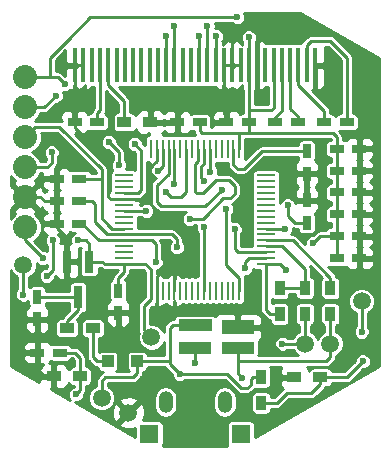
<source format=gbl>
%TF.GenerationSoftware,KiCad,Pcbnew,4.0.5+dfsg1-4~bpo8+1*%
%TF.CreationDate,2018-03-12T17:06:03-03:00*%
%TF.ProjectId,treasure,74726561737572652E6B696361645F70,rev?*%
%TF.FileFunction,Copper,L2,Bot,Signal*%
%FSLAX46Y46*%
G04 Gerber Fmt 4.6, Leading zero omitted, Abs format (unit mm)*
G04 Created by KiCad (PCBNEW 4.0.5+dfsg1-4~bpo8+1) date Mon Mar 12 17:06:03 2018*
%MOMM*%
%LPD*%
G01*
G04 APERTURE LIST*
%ADD10C,0.254000*%
%ADD11R,0.400000X3.000000*%
%ADD12R,0.750000X1.200000*%
%ADD13R,1.200000X0.750000*%
%ADD14R,2.799080X1.198880*%
%ADD15R,2.799080X1.000760*%
%ADD16R,1.000000X1.000000*%
%ADD17R,0.800000X1.900000*%
%ADD18R,1.200000X0.900000*%
%ADD19R,0.900000X1.200000*%
%ADD20R,1.600000X0.250000*%
%ADD21R,0.250000X1.600000*%
%ADD22C,1.500000*%
%ADD23C,2.032000*%
%ADD24R,1.645000X1.550000*%
%ADD25O,1.250000X1.850000*%
%ADD26C,0.600000*%
%ADD27C,0.250000*%
G04 APERTURE END LIST*
D10*
D11*
X158650000Y-92572000D03*
X157950000Y-92572000D03*
X157250000Y-92572000D03*
X156550000Y-92572000D03*
X155850000Y-92572000D03*
X155150000Y-92572000D03*
X154450000Y-92572000D03*
X153750000Y-92572000D03*
X153050000Y-92572000D03*
X152350000Y-92572000D03*
X151650000Y-92572000D03*
X150950000Y-92572000D03*
X150250000Y-92572000D03*
X149550000Y-92572000D03*
X148850000Y-92572000D03*
X148150000Y-92572000D03*
X147450000Y-92572000D03*
X146750000Y-92572000D03*
X146050000Y-92572000D03*
X145350000Y-92572000D03*
X144650000Y-92572000D03*
X143950000Y-92572000D03*
X143250000Y-92572000D03*
X142550000Y-92572000D03*
X141850000Y-92572000D03*
X141150000Y-92572000D03*
X140450000Y-92572000D03*
X139750000Y-92572000D03*
X139050000Y-92572000D03*
X138350000Y-92572000D03*
D12*
X142000000Y-111650000D03*
X142000000Y-113550000D03*
X135150000Y-112200000D03*
X135150000Y-114100000D03*
D13*
X153050000Y-97400000D03*
X151150000Y-97400000D03*
X157200000Y-97400000D03*
X155300000Y-97400000D03*
X138300000Y-97400000D03*
X140200000Y-97400000D03*
D12*
X157950000Y-105900000D03*
X157950000Y-104000000D03*
D13*
X160500000Y-107050000D03*
X162400000Y-107050000D03*
D12*
X157950000Y-99850000D03*
X157950000Y-101750000D03*
D13*
X160500000Y-108900000D03*
X162400000Y-108900000D03*
X160500000Y-99650000D03*
X162400000Y-99650000D03*
X160500000Y-105200000D03*
X162400000Y-105200000D03*
X160500000Y-103350000D03*
X162400000Y-103350000D03*
X160500000Y-101500000D03*
X162400000Y-101500000D03*
X138700000Y-102200000D03*
X136800000Y-102200000D03*
X148900000Y-97400000D03*
X147000000Y-97400000D03*
X161350000Y-97400000D03*
X159450000Y-97400000D03*
X137050000Y-116900000D03*
X135150000Y-116900000D03*
X138700000Y-104100000D03*
X136800000Y-104100000D03*
X138700000Y-106000000D03*
X136800000Y-106000000D03*
D14*
X152100860Y-114780380D03*
D15*
X152100860Y-116499960D03*
X148499140Y-116499960D03*
D10*
G36*
X147099600Y-114099660D02*
X149898680Y-114099660D01*
X149898680Y-115100420D01*
X147099600Y-115100420D01*
X147099600Y-114099660D01*
X147099600Y-114099660D01*
G37*
D16*
X141100000Y-117650000D03*
X143600000Y-117650000D03*
D17*
X137650000Y-109200000D03*
X139550000Y-109200000D03*
X138600000Y-112200000D03*
D18*
X139850000Y-114850000D03*
X137650000Y-114850000D03*
D19*
X159950000Y-113650000D03*
X159950000Y-111450000D03*
X157800000Y-113650000D03*
X157800000Y-111450000D03*
X155650000Y-113650000D03*
X155650000Y-111450000D03*
X154100000Y-118975000D03*
X154100000Y-121175000D03*
D18*
X159100000Y-119000000D03*
X156900000Y-119000000D03*
X138750000Y-118900000D03*
X136550000Y-118900000D03*
X144700000Y-97400000D03*
X142500000Y-97400000D03*
D20*
X142500000Y-109400000D03*
X142500000Y-108900000D03*
X142500000Y-108400000D03*
X142500000Y-107900000D03*
X142500000Y-107400000D03*
X142500000Y-106900000D03*
X142500000Y-106400000D03*
X142500000Y-105900000D03*
X142500000Y-105400000D03*
X142500000Y-104900000D03*
X142500000Y-104400000D03*
X142500000Y-103900000D03*
X142500000Y-103400000D03*
X142500000Y-102900000D03*
X142500000Y-102400000D03*
X142500000Y-101900000D03*
D21*
X144750000Y-99650000D03*
X145250000Y-99650000D03*
X145750000Y-99650000D03*
X146250000Y-99650000D03*
X146750000Y-99650000D03*
X147250000Y-99650000D03*
X147750000Y-99650000D03*
X148250000Y-99650000D03*
X148750000Y-99650000D03*
X149250000Y-99650000D03*
X149750000Y-99650000D03*
X150250000Y-99650000D03*
X150750000Y-99650000D03*
X151250000Y-99650000D03*
X151750000Y-99650000D03*
X152250000Y-99650000D03*
D20*
X154500000Y-101900000D03*
X154500000Y-102400000D03*
X154500000Y-102900000D03*
X154500000Y-103400000D03*
X154500000Y-103900000D03*
X154500000Y-104400000D03*
X154500000Y-104900000D03*
X154500000Y-105400000D03*
X154500000Y-105900000D03*
X154500000Y-106400000D03*
X154500000Y-106900000D03*
X154500000Y-107400000D03*
X154500000Y-107900000D03*
X154500000Y-108400000D03*
X154500000Y-108900000D03*
X154500000Y-109400000D03*
D21*
X152250000Y-111650000D03*
X151750000Y-111650000D03*
X151250000Y-111650000D03*
X150750000Y-111650000D03*
X150250000Y-111650000D03*
X149750000Y-111650000D03*
X149250000Y-111650000D03*
X148750000Y-111650000D03*
X148250000Y-111650000D03*
X147750000Y-111650000D03*
X147250000Y-111650000D03*
X146750000Y-111650000D03*
X146250000Y-111650000D03*
X145750000Y-111650000D03*
X145250000Y-111650000D03*
X144750000Y-111650000D03*
D22*
X140600000Y-120750000D03*
X159950000Y-116150000D03*
X157800000Y-116150000D03*
X142850000Y-122000000D03*
X133950000Y-109500000D03*
X162600000Y-112550000D03*
X144800000Y-115600000D03*
D23*
X134100000Y-93600000D03*
X134100000Y-96140000D03*
X134100000Y-98680000D03*
X134100000Y-101220000D03*
X134100000Y-103760000D03*
X134100000Y-106300000D03*
D24*
X144624500Y-123800000D03*
D25*
X151000000Y-121100000D03*
X146000000Y-121100000D03*
D24*
X152375500Y-123800000D03*
D26*
X153050000Y-90222000D03*
X152060500Y-88512500D03*
X137455500Y-94164000D03*
X141200000Y-99100000D03*
X142050000Y-101050000D03*
X138600000Y-107400000D03*
X145400000Y-101500000D03*
X143400000Y-99250000D03*
X158500000Y-107650000D03*
X156200000Y-109950000D03*
X138350000Y-95243500D03*
X144440500Y-95243500D03*
X162538000Y-91878000D03*
X156696000Y-89973000D03*
X159750000Y-92572000D03*
X156725000Y-121175000D03*
X150925000Y-119375000D03*
X133450000Y-117300000D03*
X148350000Y-107500000D03*
X154950000Y-115200000D03*
X143300000Y-114850000D03*
X143750000Y-119850000D03*
X136550000Y-98800000D03*
X136550000Y-96900000D03*
X145250000Y-113800000D03*
X155550000Y-120000000D03*
X156450000Y-103350000D03*
X163850000Y-103350000D03*
X156350000Y-104450000D03*
X152750000Y-109750000D03*
X138400000Y-120450000D03*
X146950000Y-108000000D03*
X145150000Y-109250000D03*
X152500000Y-119050000D03*
X148500000Y-117750000D03*
X155900000Y-116150000D03*
X147200000Y-118700000D03*
X136700000Y-95150000D03*
X151850000Y-106450000D03*
X136350000Y-99950000D03*
X151150000Y-104750000D03*
X149250000Y-106300000D03*
X135600000Y-108900000D03*
X156150000Y-106400000D03*
X162700000Y-117650000D03*
X133950000Y-112000000D03*
X135950000Y-110400000D03*
X136450000Y-107400000D03*
X148050000Y-105600000D03*
X144350000Y-104900000D03*
X162600000Y-115150000D03*
X150750000Y-103100000D03*
X150250000Y-90122000D03*
X146750000Y-102600000D03*
X146750000Y-89272000D03*
X146050000Y-103350000D03*
X146050000Y-90122000D03*
X149250000Y-102350000D03*
X148850000Y-90122000D03*
X149750000Y-101600000D03*
X149550000Y-89272000D03*
D27*
X147552000Y-88512500D02*
X152060500Y-88512500D01*
X136185500Y-93600000D02*
X136185500Y-91941500D01*
X153050000Y-90222000D02*
X153050000Y-92572000D01*
X139614500Y-88512500D02*
X137700000Y-90427000D01*
X139932000Y-88512500D02*
X139614500Y-88512500D01*
X147552000Y-88512500D02*
X139932000Y-88512500D01*
X137455500Y-90671500D02*
X137700000Y-90427000D01*
X137455500Y-90671500D02*
X136185500Y-91941500D01*
X136185500Y-93600000D02*
X136185500Y-93592500D01*
X136185500Y-93592500D02*
X136185500Y-93600000D01*
X135550000Y-93600000D02*
X136185500Y-93600000D01*
X135550000Y-93600000D02*
X134100000Y-93600000D01*
X136185500Y-93600000D02*
X136891500Y-93600000D01*
X136891500Y-93600000D02*
X137455500Y-94164000D01*
X155150000Y-94422000D02*
X155150000Y-96200000D01*
X154950000Y-96400000D02*
X155150000Y-96200000D01*
X155150000Y-92572000D02*
X155150000Y-94422000D01*
X154950000Y-96400000D02*
X153050000Y-96400000D01*
X153050000Y-96400000D02*
X153050000Y-94622000D01*
X153050000Y-94622000D02*
X153050000Y-92572000D01*
X142500000Y-109400000D02*
X142500000Y-110100000D01*
X142000000Y-110600000D02*
X142000000Y-111650000D01*
X142500000Y-110100000D02*
X142000000Y-110600000D01*
X152250000Y-99650000D02*
X152250000Y-98350000D01*
X153050000Y-97400000D02*
X153050000Y-98350000D01*
X153050000Y-98350000D02*
X153050000Y-98300000D01*
X153050000Y-98300000D02*
X153050000Y-98350000D01*
X148900000Y-97400000D02*
X148900000Y-98150000D01*
X148900000Y-98150000D02*
X149100000Y-98350000D01*
X149100000Y-98350000D02*
X152250000Y-98350000D01*
X152250000Y-98350000D02*
X153050000Y-98350000D01*
X160500000Y-98650000D02*
X160500000Y-99650000D01*
X153050000Y-98350000D02*
X160200000Y-98350000D01*
X160200000Y-98350000D02*
X160500000Y-98650000D01*
X142500000Y-109400000D02*
X140850000Y-109400000D01*
X140650000Y-109200000D02*
X139550000Y-109200000D01*
X140850000Y-109400000D02*
X140650000Y-109200000D01*
X138600000Y-107400000D02*
X139250000Y-107400000D01*
X139250000Y-107400000D02*
X139550000Y-107700000D01*
X139550000Y-107700000D02*
X139550000Y-109200000D01*
X141200000Y-99100000D02*
X142050000Y-99950000D01*
X142050000Y-99950000D02*
X142050000Y-101050000D01*
X154500000Y-112950000D02*
X154500000Y-113300000D01*
X154500000Y-109400000D02*
X154500000Y-112950000D01*
X154850000Y-113650000D02*
X155650000Y-113650000D01*
X154500000Y-113300000D02*
X154850000Y-113650000D01*
X144750000Y-111650000D02*
X144750000Y-112400000D01*
X144750000Y-112400000D02*
X144150000Y-113000000D01*
X144150000Y-114950000D02*
X144800000Y-115600000D01*
X144150000Y-113000000D02*
X144150000Y-114950000D01*
X144750000Y-111650000D02*
X144750000Y-109850000D01*
X144300000Y-109400000D02*
X142500000Y-109400000D01*
X144750000Y-109850000D02*
X144300000Y-109400000D01*
X145750000Y-101150000D02*
X145750000Y-99650000D01*
X145400000Y-101500000D02*
X145750000Y-101150000D01*
X142500000Y-103400000D02*
X143700000Y-103400000D01*
X143950000Y-99800000D02*
X143400000Y-99250000D01*
X143950000Y-103150000D02*
X143950000Y-99800000D01*
X143700000Y-103400000D02*
X143950000Y-103150000D01*
X148900000Y-97400000D02*
X148900000Y-97600000D01*
X160500000Y-101500000D02*
X160500000Y-99650000D01*
X160500000Y-103350000D02*
X160500000Y-101500000D01*
X160500000Y-105200000D02*
X160500000Y-103350000D01*
X160500000Y-107050000D02*
X160500000Y-105200000D01*
X160500000Y-108900000D02*
X160500000Y-107050000D01*
X154500000Y-109400000D02*
X155650000Y-109400000D01*
X159100000Y-107050000D02*
X160500000Y-107050000D01*
X158500000Y-107650000D02*
X159100000Y-107050000D01*
X155650000Y-109400000D02*
X156200000Y-109950000D01*
X153050000Y-96400000D02*
X153050000Y-97400000D01*
X153750000Y-89272000D02*
X152571000Y-89272000D01*
X151650000Y-90193000D02*
X151650000Y-92572000D01*
X152571000Y-89272000D02*
X151650000Y-90193000D01*
X144700000Y-97400000D02*
X144700000Y-95503000D01*
X144440500Y-95243500D02*
X144700000Y-95503000D01*
X162750000Y-93100000D02*
X162750000Y-98500000D01*
X162750000Y-98500000D02*
X162400000Y-98850000D01*
X162400000Y-99650000D02*
X162400000Y-98850000D01*
X162750000Y-92090000D02*
X162750000Y-93100000D01*
X162538000Y-91878000D02*
X162750000Y-92090000D01*
X150950000Y-96400000D02*
X150950000Y-94572000D01*
X150950000Y-94572000D02*
X150950000Y-92572000D01*
X153750000Y-89272000D02*
X155995000Y-89272000D01*
X155995000Y-89272000D02*
X156696000Y-89973000D01*
X159744000Y-92572000D02*
X159750000Y-92572000D01*
X159744000Y-92572000D02*
X158650000Y-92572000D01*
X138350000Y-96400000D02*
X138350000Y-95243500D01*
X138350000Y-95243500D02*
X138350000Y-94622000D01*
X138350000Y-94622000D02*
X138350000Y-92572000D01*
X144925000Y-119375000D02*
X144225000Y-119375000D01*
X150925000Y-119375000D02*
X144925000Y-119375000D01*
X144225000Y-119375000D02*
X143750000Y-119850000D01*
X152600000Y-121050000D02*
X152600000Y-120875000D01*
X156725000Y-121175000D02*
X155500000Y-122400000D01*
X155500000Y-122400000D02*
X152975000Y-122400000D01*
X152975000Y-122400000D02*
X152600000Y-122025000D01*
X152600000Y-122025000D02*
X152600000Y-121050000D01*
X151100000Y-119375000D02*
X150925000Y-119375000D01*
X152600000Y-120875000D02*
X151100000Y-119375000D01*
X133850000Y-116900000D02*
X135150000Y-116900000D01*
X133450000Y-117300000D02*
X133850000Y-116900000D01*
X135150000Y-118300000D02*
X135150000Y-116900000D01*
X136550000Y-118900000D02*
X135750000Y-118900000D01*
X135750000Y-118900000D02*
X135150000Y-118300000D01*
X135150000Y-114100000D02*
X135150000Y-116900000D01*
X134100000Y-103760000D02*
X135410000Y-103760000D01*
X135410000Y-103760000D02*
X135750000Y-104100000D01*
X135750000Y-104100000D02*
X136800000Y-104100000D01*
X143750000Y-119850000D02*
X143750000Y-121100000D01*
X143750000Y-121100000D02*
X142850000Y-122000000D01*
X147900000Y-110250000D02*
X148350000Y-109800000D01*
X148350000Y-109800000D02*
X148350000Y-107500000D01*
X146750000Y-110250000D02*
X147900000Y-110250000D01*
X137650000Y-109200000D02*
X137650000Y-110450000D01*
X140700000Y-113550000D02*
X142000000Y-113550000D01*
X140350000Y-113200000D02*
X140700000Y-113550000D01*
X140350000Y-111150000D02*
X140350000Y-113200000D01*
X139900000Y-110700000D02*
X140350000Y-111150000D01*
X137900000Y-110700000D02*
X139900000Y-110700000D01*
X137650000Y-110450000D02*
X137900000Y-110700000D01*
X137650000Y-109200000D02*
X137650000Y-107200000D01*
X137350000Y-106900000D02*
X136800000Y-106350000D01*
X137650000Y-107200000D02*
X137350000Y-106900000D01*
X152100860Y-114780380D02*
X154530380Y-114780380D01*
X154530380Y-114780380D02*
X154950000Y-115200000D01*
X142000000Y-113550000D02*
X143050000Y-113550000D01*
X143050000Y-113550000D02*
X143300000Y-113800000D01*
X143300000Y-113800000D02*
X143300000Y-114850000D01*
X150950000Y-96400000D02*
X147450000Y-96400000D01*
X147000000Y-96850000D02*
X147000000Y-97400000D01*
X147450000Y-96400000D02*
X147000000Y-96850000D01*
X136800000Y-106000000D02*
X136800000Y-106350000D01*
X137450000Y-100850000D02*
X136800000Y-101500000D01*
X136550000Y-98800000D02*
X137350000Y-99600000D01*
X136550000Y-96900000D02*
X137050000Y-96400000D01*
X138350000Y-96400000D02*
X137050000Y-96400000D01*
X137450000Y-99700000D02*
X137450000Y-100850000D01*
X137350000Y-99600000D02*
X137450000Y-99700000D01*
X136800000Y-101500000D02*
X136800000Y-102200000D01*
X136800000Y-102200000D02*
X136800000Y-104100000D01*
X136800000Y-104100000D02*
X136800000Y-106000000D01*
X138300000Y-97400000D02*
X138300000Y-97850000D01*
X140900000Y-100450000D02*
X141150000Y-100700000D01*
X141150000Y-100700000D02*
X141150000Y-103700000D01*
X141150000Y-103700000D02*
X141350000Y-103900000D01*
X141350000Y-103900000D02*
X142500000Y-103900000D01*
X140150000Y-99700000D02*
X140900000Y-100450000D01*
X138300000Y-97850000D02*
X140150000Y-99700000D01*
X145250000Y-111650000D02*
X145250000Y-113800000D01*
X155750000Y-119000000D02*
X156900000Y-119000000D01*
X155550000Y-120000000D02*
X155550000Y-119200000D01*
X155550000Y-119200000D02*
X155750000Y-119000000D01*
X146750000Y-110250000D02*
X146550000Y-110250000D01*
X146550000Y-110250000D02*
X145450000Y-110250000D01*
X145450000Y-110250000D02*
X145250000Y-110450000D01*
X145250000Y-110450000D02*
X145250000Y-111650000D01*
X146750000Y-110450000D02*
X146750000Y-110250000D01*
X146750000Y-111650000D02*
X146750000Y-110450000D01*
X162400000Y-103350000D02*
X163850000Y-103350000D01*
X157100000Y-101750000D02*
X157950000Y-101750000D01*
X156450000Y-102400000D02*
X157100000Y-101750000D01*
X156450000Y-103350000D02*
X156450000Y-102400000D01*
X157950000Y-101750000D02*
X157950000Y-104000000D01*
X162400000Y-107050000D02*
X162400000Y-108900000D01*
X162400000Y-107050000D02*
X162400000Y-105200000D01*
X162400000Y-103350000D02*
X162400000Y-105200000D01*
X162400000Y-101500000D02*
X162400000Y-103350000D01*
X162400000Y-99650000D02*
X162400000Y-101500000D01*
X145250000Y-99650000D02*
X145250000Y-100650000D01*
X144100000Y-103900000D02*
X142500000Y-103900000D01*
X144550000Y-103450000D02*
X144100000Y-103900000D01*
X144550000Y-101350000D02*
X144550000Y-103450000D01*
X145250000Y-100650000D02*
X144550000Y-101350000D01*
X147000000Y-97400000D02*
X144700000Y-97400000D01*
X151150000Y-97400000D02*
X151150000Y-96850000D01*
X150950000Y-96650000D02*
X150950000Y-96400000D01*
X150950000Y-96400000D02*
X150950000Y-96350000D01*
X151150000Y-96850000D02*
X150950000Y-96650000D01*
X138350000Y-96400000D02*
X138350000Y-97350000D01*
X138350000Y-97350000D02*
X138300000Y-97400000D01*
X153750000Y-92572000D02*
X153750000Y-89272000D01*
X151650000Y-92572000D02*
X152350000Y-92572000D01*
X150950000Y-92572000D02*
X151650000Y-92572000D01*
X138350000Y-92572000D02*
X139050000Y-92572000D01*
X138600000Y-112200000D02*
X138600000Y-113300000D01*
X137650000Y-114250000D02*
X137650000Y-114850000D01*
X138600000Y-113300000D02*
X137650000Y-114250000D01*
X135150000Y-112200000D02*
X138600000Y-112200000D01*
X156550000Y-94472000D02*
X156550000Y-96250000D01*
X156550000Y-96250000D02*
X157200000Y-96900000D01*
X157200000Y-97400000D02*
X157200000Y-96900000D01*
X156550000Y-94472000D02*
X156550000Y-92572000D01*
X155850000Y-94672000D02*
X155850000Y-96450000D01*
X155300000Y-97000000D02*
X155850000Y-96450000D01*
X155850000Y-92572000D02*
X155850000Y-94672000D01*
X155300000Y-97000000D02*
X155300000Y-97400000D01*
X140450000Y-94622000D02*
X140450000Y-96400000D01*
X140200000Y-96650000D02*
X140450000Y-96400000D01*
X140450000Y-92572000D02*
X140450000Y-94622000D01*
X140200000Y-96650000D02*
X140200000Y-97400000D01*
X152750000Y-109750000D02*
X152750000Y-109200000D01*
X156950000Y-105900000D02*
X156350000Y-105300000D01*
X156350000Y-105300000D02*
X156350000Y-104450000D01*
X157950000Y-105900000D02*
X156950000Y-105900000D01*
X153050000Y-108900000D02*
X154500000Y-108900000D01*
X152750000Y-109200000D02*
X153050000Y-108900000D01*
X157950000Y-99850000D02*
X154150000Y-99850000D01*
X151750000Y-101000000D02*
X151750000Y-99650000D01*
X152100000Y-101350000D02*
X151750000Y-101000000D01*
X152650000Y-101350000D02*
X152100000Y-101350000D01*
X154150000Y-99850000D02*
X152650000Y-101350000D01*
X135080000Y-97800000D02*
X134980000Y-97800000D01*
X140600000Y-101400000D02*
X137000000Y-97800000D01*
X137000000Y-97800000D02*
X135080000Y-97800000D01*
X140600000Y-102200000D02*
X140600000Y-101400000D01*
X134980000Y-97800000D02*
X134100000Y-98680000D01*
X140600000Y-105550000D02*
X140600000Y-102200000D01*
X141150000Y-106100000D02*
X141450000Y-106400000D01*
X142500000Y-106400000D02*
X141450000Y-106400000D01*
X140600000Y-105550000D02*
X141150000Y-106100000D01*
X140600000Y-102200000D02*
X138700000Y-102200000D01*
X161350000Y-93700000D02*
X161350000Y-91922000D01*
X157950000Y-90872000D02*
X158300000Y-90522000D01*
X158300000Y-90522000D02*
X159950000Y-90522000D01*
X161350000Y-97400000D02*
X161350000Y-93700000D01*
X157950000Y-90872000D02*
X157950000Y-92572000D01*
X161350000Y-91922000D02*
X159950000Y-90522000D01*
X159450000Y-97400000D02*
X159450000Y-96472000D01*
X157250000Y-94272000D02*
X157250000Y-92572000D01*
X157250000Y-94272000D02*
X157650000Y-94672000D01*
X159450000Y-96472000D02*
X157650000Y-94672000D01*
X138300000Y-116900000D02*
X137050000Y-116900000D01*
X138750000Y-118900000D02*
X138750000Y-117350000D01*
X138750000Y-117350000D02*
X138300000Y-116900000D01*
X138750000Y-118900000D02*
X138750000Y-120100000D01*
X138400000Y-120450000D02*
X138750000Y-120100000D01*
X143850000Y-106900000D02*
X146550000Y-106900000D01*
X143850000Y-106900000D02*
X142500000Y-106900000D01*
X146950000Y-107300000D02*
X146950000Y-108000000D01*
X146550000Y-106900000D02*
X146950000Y-107300000D01*
X140000000Y-105850000D02*
X140000000Y-104900000D01*
X140000000Y-105850000D02*
X140500000Y-106350000D01*
X142500000Y-106900000D02*
X141050000Y-106900000D01*
X140500000Y-106350000D02*
X141050000Y-106900000D01*
X139800000Y-104100000D02*
X138700000Y-104100000D01*
X140000000Y-104300000D02*
X139800000Y-104100000D01*
X140000000Y-104900000D02*
X140000000Y-104300000D01*
X138700000Y-106000000D02*
X138950000Y-106000000D01*
X138950000Y-106000000D02*
X140350000Y-107400000D01*
X140350000Y-107400000D02*
X142500000Y-107400000D01*
X142500000Y-107400000D02*
X144850000Y-107400000D01*
X145150000Y-107700000D02*
X145150000Y-109250000D01*
X144850000Y-107400000D02*
X145150000Y-107700000D01*
X152100860Y-118650860D02*
X152250860Y-118800860D01*
X152500000Y-119050000D02*
X152250860Y-118800860D01*
X152100860Y-118650860D02*
X152100860Y-117650000D01*
X152100860Y-117650000D02*
X152500000Y-117650000D01*
X159950000Y-117250000D02*
X159950000Y-116150000D01*
X159550000Y-117650000D02*
X152500000Y-117650000D01*
X159950000Y-117250000D02*
X159550000Y-117650000D01*
X152100860Y-117650000D02*
X152100000Y-117650000D01*
X152100000Y-117650000D02*
X152100860Y-117650000D01*
X152100860Y-116499960D02*
X152100860Y-117650000D01*
X159950000Y-113650000D02*
X159950000Y-116150000D01*
X148500000Y-116500820D02*
X148500000Y-117750000D01*
X148500000Y-116500820D02*
X148499140Y-116499960D01*
X155900000Y-116150000D02*
X157800000Y-116150000D01*
X157800000Y-113650000D02*
X157800000Y-116150000D01*
X154100000Y-118975000D02*
X153400000Y-118975000D01*
X151200000Y-118700000D02*
X150250000Y-118700000D01*
X152425000Y-119925000D02*
X151200000Y-118700000D01*
X152900000Y-119925000D02*
X152425000Y-119925000D01*
X153200000Y-119625000D02*
X152900000Y-119925000D01*
X153200000Y-119175000D02*
X153200000Y-119625000D01*
X153400000Y-118975000D02*
X153200000Y-119175000D01*
X143600000Y-117650000D02*
X143600000Y-118650000D01*
X140600000Y-119300000D02*
X140600000Y-120750000D01*
X140900000Y-119000000D02*
X140600000Y-119300000D01*
X143250000Y-119000000D02*
X140900000Y-119000000D01*
X143600000Y-118650000D02*
X143250000Y-119000000D01*
X143600000Y-117650000D02*
X146350000Y-117650000D01*
X146350000Y-117650000D02*
X146300000Y-117650000D01*
X146300000Y-117650000D02*
X146350000Y-117650000D01*
X148499140Y-114600040D02*
X146599960Y-114600040D01*
X146350000Y-114850000D02*
X146350000Y-117200000D01*
X146599960Y-114600040D02*
X146350000Y-114850000D01*
X147200000Y-118700000D02*
X150250000Y-118700000D01*
X150250000Y-118700000D02*
X150300000Y-118700000D01*
X146350000Y-117200000D02*
X146350000Y-117650000D01*
X146350000Y-117650000D02*
X146350000Y-117850000D01*
X146350000Y-117850000D02*
X147200000Y-118700000D01*
X141100000Y-117650000D02*
X140200000Y-117650000D01*
X139850000Y-117300000D02*
X139850000Y-114850000D01*
X140200000Y-117650000D02*
X139850000Y-117300000D01*
X135710000Y-96140000D02*
X136700000Y-95150000D01*
X134100000Y-96140000D02*
X135710000Y-96140000D01*
X152150000Y-108400000D02*
X154500000Y-108400000D01*
X151850000Y-108100000D02*
X152150000Y-108400000D01*
X151850000Y-107600000D02*
X151850000Y-108100000D01*
X151850000Y-106450000D02*
X151850000Y-107600000D01*
X134100000Y-101220000D02*
X135980000Y-101220000D01*
X136350000Y-100850000D02*
X136350000Y-99950000D01*
X135980000Y-101220000D02*
X136350000Y-100850000D01*
X151150000Y-104750000D02*
X151150000Y-107950000D01*
X151150000Y-107950000D02*
X151150000Y-109500000D01*
X151150000Y-109500000D02*
X152250000Y-110600000D01*
X152250000Y-110600000D02*
X152250000Y-111650000D01*
X134100000Y-106300000D02*
X134100000Y-107400000D01*
X134200000Y-107500000D02*
X134400000Y-107700000D01*
X149250000Y-106300000D02*
X149250000Y-111650000D01*
X135600000Y-108900000D02*
X134400000Y-107700000D01*
X134100000Y-107400000D02*
X134200000Y-107500000D01*
X154500000Y-107400000D02*
X156800000Y-107400000D01*
X159950000Y-110550000D02*
X159950000Y-111450000D01*
X156800000Y-107400000D02*
X159950000Y-110550000D01*
X157800000Y-111450000D02*
X157800000Y-109800000D01*
X155900000Y-107900000D02*
X154500000Y-107900000D01*
X157800000Y-109800000D02*
X155900000Y-107900000D01*
X155650000Y-111450000D02*
X157800000Y-111450000D01*
X156650000Y-120350000D02*
X156250000Y-120350000D01*
X159100000Y-119600000D02*
X158350000Y-120350000D01*
X158350000Y-120350000D02*
X156650000Y-120350000D01*
X159100000Y-119000000D02*
X159100000Y-119600000D01*
X155425000Y-121175000D02*
X154100000Y-121175000D01*
X156250000Y-120350000D02*
X155425000Y-121175000D01*
X159100000Y-119000000D02*
X161350000Y-119000000D01*
X156150000Y-106400000D02*
X154500000Y-106400000D01*
X161350000Y-119000000D02*
X162700000Y-117650000D01*
X142500000Y-97400000D02*
X142500000Y-95622000D01*
X141150000Y-94272000D02*
X141650000Y-94772000D01*
X141150000Y-94272000D02*
X141150000Y-92572000D01*
X142500000Y-95622000D02*
X141650000Y-94772000D01*
X133950000Y-112000000D02*
X133950000Y-109500000D01*
X148050000Y-105600000D02*
X149150000Y-105600000D01*
X135950000Y-110400000D02*
X136450000Y-109900000D01*
X136450000Y-109900000D02*
X136450000Y-107400000D01*
X148750000Y-99650000D02*
X148750000Y-100650000D01*
X149450000Y-105300000D02*
X150900000Y-103850000D01*
X150900000Y-103850000D02*
X151450000Y-103850000D01*
X151450000Y-103850000D02*
X151850000Y-103450000D01*
X151850000Y-103450000D02*
X151850000Y-102800000D01*
X151850000Y-102800000D02*
X151350000Y-102300000D01*
X151350000Y-102300000D02*
X150250000Y-102300000D01*
X150250000Y-102300000D02*
X149150000Y-103400000D01*
X148600000Y-103400000D02*
X149150000Y-103400000D01*
X148450000Y-103250000D02*
X148600000Y-103400000D01*
X148450000Y-100950000D02*
X148450000Y-103250000D01*
X148750000Y-100650000D02*
X148450000Y-100950000D01*
X149150000Y-105600000D02*
X149450000Y-105300000D01*
X144350000Y-104900000D02*
X142500000Y-104900000D01*
X162600000Y-115150000D02*
X162600000Y-112550000D01*
X146250000Y-101750000D02*
X145250000Y-102750000D01*
X145250000Y-102750000D02*
X145250000Y-104150000D01*
X145250000Y-104150000D02*
X145600000Y-104500000D01*
X145600000Y-104500000D02*
X149350000Y-104500000D01*
X149350000Y-104500000D02*
X150750000Y-103100000D01*
X150250000Y-92572000D02*
X150250000Y-90122000D01*
X146250000Y-101750000D02*
X146250000Y-99650000D01*
X146750000Y-102600000D02*
X146750000Y-101600000D01*
X146750000Y-90122000D02*
X146750000Y-89272000D01*
X146750000Y-92572000D02*
X146750000Y-90122000D01*
X146750000Y-101600000D02*
X146750000Y-99650000D01*
X147750000Y-103300000D02*
X147300000Y-103750000D01*
X147300000Y-103750000D02*
X146450000Y-103750000D01*
X146450000Y-103750000D02*
X146050000Y-103350000D01*
X146050000Y-92572000D02*
X146050000Y-90122000D01*
X147750000Y-102350000D02*
X147750000Y-99650000D01*
X147750000Y-102350000D02*
X147750000Y-103300000D01*
X149250000Y-102350000D02*
X149000000Y-102100000D01*
X149000000Y-102100000D02*
X149000000Y-101150000D01*
X149000000Y-101150000D02*
X149250000Y-100900000D01*
X148850000Y-92572000D02*
X148850000Y-90122000D01*
X149250000Y-100900000D02*
X149250000Y-99650000D01*
X149750000Y-99650000D02*
X149750000Y-101600000D01*
X149550000Y-89272000D02*
X149550000Y-92572000D01*
D10*
G36*
X164105960Y-91994064D02*
X164105895Y-118013130D01*
X153586464Y-124086565D01*
X153586464Y-123025000D01*
X153559897Y-122883810D01*
X153476454Y-122754135D01*
X153349134Y-122667141D01*
X153198000Y-122636536D01*
X151553000Y-122636536D01*
X151411810Y-122663103D01*
X151282135Y-122746546D01*
X151195141Y-122873866D01*
X151164536Y-123025000D01*
X151164536Y-124575000D01*
X151191103Y-124716190D01*
X151232158Y-124779991D01*
X145768060Y-124779991D01*
X145804859Y-124726134D01*
X145835464Y-124575000D01*
X145835464Y-123025000D01*
X145808897Y-122883810D01*
X145725454Y-122754135D01*
X145598134Y-122667141D01*
X145447000Y-122636536D01*
X144093560Y-122636536D01*
X144247201Y-122204829D01*
X144219230Y-121654552D01*
X144062460Y-121276077D01*
X143821517Y-121208088D01*
X143029605Y-122000000D01*
X143043748Y-122014143D01*
X142864143Y-122193748D01*
X142850000Y-122179605D01*
X142058088Y-122971517D01*
X142126077Y-123212460D01*
X142645171Y-123397201D01*
X143195448Y-123369230D01*
X143413536Y-123278895D01*
X143413536Y-124085417D01*
X138296181Y-121130910D01*
X138534865Y-121131118D01*
X138785252Y-121027661D01*
X138976987Y-120836259D01*
X139080882Y-120586054D01*
X139080970Y-120484622D01*
X139107796Y-120457796D01*
X139123823Y-120433810D01*
X139217483Y-120293638D01*
X139256000Y-120100000D01*
X139256000Y-119738464D01*
X139350000Y-119738464D01*
X139491190Y-119711897D01*
X139620865Y-119628454D01*
X139707859Y-119501134D01*
X139738464Y-119350000D01*
X139738464Y-118450000D01*
X139711897Y-118308810D01*
X139628454Y-118179135D01*
X139501134Y-118092141D01*
X139350000Y-118061536D01*
X139256000Y-118061536D01*
X139256000Y-117350000D01*
X139217483Y-117156362D01*
X139107796Y-116992204D01*
X138657796Y-116542204D01*
X138493638Y-116432517D01*
X138300000Y-116394000D01*
X138013814Y-116394000D01*
X138011897Y-116383810D01*
X137928454Y-116254135D01*
X137801134Y-116167141D01*
X137650000Y-116136536D01*
X136450000Y-116136536D01*
X136308810Y-116163103D01*
X136291919Y-116173972D01*
X136288327Y-116165301D01*
X136109698Y-115986673D01*
X135876309Y-115890000D01*
X135435750Y-115890000D01*
X135277000Y-116048750D01*
X135277000Y-116773000D01*
X135297000Y-116773000D01*
X135297000Y-117027000D01*
X135277000Y-117027000D01*
X135277000Y-117751250D01*
X135435750Y-117910000D01*
X135594341Y-117910000D01*
X135590302Y-117911673D01*
X135411673Y-118090301D01*
X135315000Y-118323690D01*
X135315000Y-118614250D01*
X135473750Y-118773000D01*
X136423000Y-118773000D01*
X136423000Y-117973750D01*
X136264250Y-117815000D01*
X136105659Y-117815000D01*
X136109698Y-117813327D01*
X136288327Y-117634699D01*
X136291246Y-117627652D01*
X136298866Y-117632859D01*
X136450000Y-117663464D01*
X137650000Y-117663464D01*
X137791190Y-117636897D01*
X137920865Y-117553454D01*
X138007859Y-117426134D01*
X138011936Y-117406000D01*
X138090408Y-117406000D01*
X138244000Y-117559592D01*
X138244000Y-118061536D01*
X138150000Y-118061536D01*
X138008810Y-118088103D01*
X137879135Y-118171546D01*
X137792141Y-118298866D01*
X137785000Y-118334130D01*
X137785000Y-118323690D01*
X137688327Y-118090301D01*
X137509698Y-117911673D01*
X137276309Y-117815000D01*
X136835750Y-117815000D01*
X136677000Y-117973750D01*
X136677000Y-118773000D01*
X136697000Y-118773000D01*
X136697000Y-119027000D01*
X136677000Y-119027000D01*
X136677000Y-119826250D01*
X136835750Y-119985000D01*
X137276309Y-119985000D01*
X137509698Y-119888327D01*
X137688327Y-119709699D01*
X137785000Y-119476310D01*
X137785000Y-119474699D01*
X137788103Y-119491190D01*
X137871546Y-119620865D01*
X137998866Y-119707859D01*
X138150000Y-119738464D01*
X138244000Y-119738464D01*
X138244000Y-119777615D01*
X138014748Y-119872339D01*
X137823013Y-120063741D01*
X137719118Y-120313946D01*
X137718882Y-120584865D01*
X137822339Y-120835252D01*
X137874380Y-120887383D01*
X136281510Y-119967740D01*
X136423000Y-119826250D01*
X136423000Y-119027000D01*
X135473750Y-119027000D01*
X135315000Y-119185750D01*
X135315000Y-119409725D01*
X132896181Y-118013219D01*
X132896181Y-117185750D01*
X133915000Y-117185750D01*
X133915000Y-117401310D01*
X134011673Y-117634699D01*
X134190302Y-117813327D01*
X134423691Y-117910000D01*
X134864250Y-117910000D01*
X135023000Y-117751250D01*
X135023000Y-117027000D01*
X134073750Y-117027000D01*
X133915000Y-117185750D01*
X132896181Y-117185750D01*
X132896181Y-116398690D01*
X133915000Y-116398690D01*
X133915000Y-116614250D01*
X134073750Y-116773000D01*
X135023000Y-116773000D01*
X135023000Y-116048750D01*
X134864250Y-115890000D01*
X134423691Y-115890000D01*
X134190302Y-115986673D01*
X134011673Y-116165301D01*
X133915000Y-116398690D01*
X132896181Y-116398690D01*
X132896180Y-114385750D01*
X134140000Y-114385750D01*
X134140000Y-114826309D01*
X134236673Y-115059698D01*
X134415301Y-115238327D01*
X134648690Y-115335000D01*
X134864250Y-115335000D01*
X135023000Y-115176250D01*
X135023000Y-114227000D01*
X135277000Y-114227000D01*
X135277000Y-115176250D01*
X135435750Y-115335000D01*
X135651310Y-115335000D01*
X135884699Y-115238327D01*
X136063327Y-115059698D01*
X136160000Y-114826309D01*
X136160000Y-114385750D01*
X136001250Y-114227000D01*
X135277000Y-114227000D01*
X135023000Y-114227000D01*
X134298750Y-114227000D01*
X134140000Y-114385750D01*
X132896180Y-114385750D01*
X132896176Y-109911238D01*
X132990625Y-110139823D01*
X133308503Y-110458256D01*
X133444000Y-110514520D01*
X133444000Y-111542877D01*
X133373013Y-111613741D01*
X133269118Y-111863946D01*
X133268882Y-112134865D01*
X133372339Y-112385252D01*
X133563741Y-112576987D01*
X133813946Y-112680882D01*
X134084865Y-112681118D01*
X134335252Y-112577661D01*
X134386536Y-112526466D01*
X134386536Y-112800000D01*
X134413103Y-112941190D01*
X134423972Y-112958081D01*
X134415301Y-112961673D01*
X134236673Y-113140302D01*
X134140000Y-113373691D01*
X134140000Y-113814250D01*
X134298750Y-113973000D01*
X135023000Y-113973000D01*
X135023000Y-113953000D01*
X135277000Y-113953000D01*
X135277000Y-113973000D01*
X136001250Y-113973000D01*
X136160000Y-113814250D01*
X136160000Y-113373691D01*
X136063327Y-113140302D01*
X135884699Y-112961673D01*
X135877652Y-112958754D01*
X135882859Y-112951134D01*
X135913464Y-112800000D01*
X135913464Y-112706000D01*
X137811536Y-112706000D01*
X137811536Y-113150000D01*
X137838103Y-113291190D01*
X137859682Y-113324726D01*
X137292204Y-113892204D01*
X137212469Y-114011536D01*
X137050000Y-114011536D01*
X136908810Y-114038103D01*
X136779135Y-114121546D01*
X136692141Y-114248866D01*
X136661536Y-114400000D01*
X136661536Y-115300000D01*
X136688103Y-115441190D01*
X136771546Y-115570865D01*
X136898866Y-115657859D01*
X137050000Y-115688464D01*
X138250000Y-115688464D01*
X138391190Y-115661897D01*
X138520865Y-115578454D01*
X138607859Y-115451134D01*
X138638464Y-115300000D01*
X138638464Y-114400000D01*
X138611897Y-114258810D01*
X138528454Y-114129135D01*
X138503504Y-114112088D01*
X138779842Y-113835750D01*
X140990000Y-113835750D01*
X140990000Y-114276309D01*
X141086673Y-114509698D01*
X141265301Y-114688327D01*
X141498690Y-114785000D01*
X141714250Y-114785000D01*
X141873000Y-114626250D01*
X141873000Y-113677000D01*
X142127000Y-113677000D01*
X142127000Y-114626250D01*
X142285750Y-114785000D01*
X142501310Y-114785000D01*
X142734699Y-114688327D01*
X142913327Y-114509698D01*
X143010000Y-114276309D01*
X143010000Y-113835750D01*
X142851250Y-113677000D01*
X142127000Y-113677000D01*
X141873000Y-113677000D01*
X141148750Y-113677000D01*
X140990000Y-113835750D01*
X138779842Y-113835750D01*
X138957796Y-113657796D01*
X139042928Y-113530386D01*
X139141190Y-113511897D01*
X139270865Y-113428454D01*
X139357859Y-113301134D01*
X139388464Y-113150000D01*
X139388464Y-111250000D01*
X139361897Y-111108810D01*
X139278454Y-110979135D01*
X139151134Y-110892141D01*
X139000000Y-110861536D01*
X138200000Y-110861536D01*
X138058810Y-110888103D01*
X137929135Y-110971546D01*
X137842141Y-111098866D01*
X137811536Y-111250000D01*
X137811536Y-111694000D01*
X135913464Y-111694000D01*
X135913464Y-111600000D01*
X135886897Y-111458810D01*
X135803454Y-111329135D01*
X135676134Y-111242141D01*
X135525000Y-111211536D01*
X134775000Y-111211536D01*
X134633810Y-111238103D01*
X134504135Y-111321546D01*
X134456000Y-111391994D01*
X134456000Y-110514669D01*
X134589823Y-110459375D01*
X134908256Y-110141497D01*
X135080804Y-109725957D01*
X135081137Y-109344152D01*
X135213741Y-109476987D01*
X135463946Y-109580882D01*
X135734865Y-109581118D01*
X135944000Y-109494706D01*
X135944000Y-109690408D01*
X135915439Y-109718969D01*
X135815135Y-109718882D01*
X135564748Y-109822339D01*
X135373013Y-110013741D01*
X135269118Y-110263946D01*
X135268882Y-110534865D01*
X135372339Y-110785252D01*
X135563741Y-110976987D01*
X135813946Y-111080882D01*
X136084865Y-111081118D01*
X136335252Y-110977661D01*
X136526987Y-110786259D01*
X136630882Y-110536054D01*
X136630970Y-110434622D01*
X136666046Y-110399546D01*
X136711673Y-110509698D01*
X136890301Y-110688327D01*
X137123690Y-110785000D01*
X137364250Y-110785000D01*
X137523000Y-110626250D01*
X137523000Y-109327000D01*
X137777000Y-109327000D01*
X137777000Y-110626250D01*
X137935750Y-110785000D01*
X138176310Y-110785000D01*
X138409699Y-110688327D01*
X138588327Y-110509698D01*
X138685000Y-110276309D01*
X138685000Y-109485750D01*
X138526250Y-109327000D01*
X137777000Y-109327000D01*
X137523000Y-109327000D01*
X137503000Y-109327000D01*
X137503000Y-109073000D01*
X137523000Y-109073000D01*
X137523000Y-107773750D01*
X137364250Y-107615000D01*
X137123690Y-107615000D01*
X137092785Y-107627801D01*
X137130882Y-107536054D01*
X137131118Y-107265135D01*
X137027661Y-107014748D01*
X136927002Y-106913914D01*
X136927002Y-106851252D01*
X137085750Y-107010000D01*
X137526309Y-107010000D01*
X137759698Y-106913327D01*
X137938327Y-106734699D01*
X137941246Y-106727652D01*
X137948866Y-106732859D01*
X138100000Y-106763464D01*
X138357237Y-106763464D01*
X138214748Y-106822339D01*
X138023013Y-107013741D01*
X137919118Y-107263946D01*
X137918882Y-107534865D01*
X137951993Y-107615000D01*
X137935750Y-107615000D01*
X137777000Y-107773750D01*
X137777000Y-109073000D01*
X138526250Y-109073000D01*
X138685000Y-108914250D01*
X138685000Y-108123691D01*
X138667341Y-108081059D01*
X138734865Y-108081118D01*
X138831569Y-108041161D01*
X138792141Y-108098866D01*
X138761536Y-108250000D01*
X138761536Y-110150000D01*
X138788103Y-110291190D01*
X138871546Y-110420865D01*
X138998866Y-110507859D01*
X139150000Y-110538464D01*
X139950000Y-110538464D01*
X140091190Y-110511897D01*
X140220865Y-110428454D01*
X140307859Y-110301134D01*
X140338464Y-110150000D01*
X140338464Y-109706000D01*
X140440408Y-109706000D01*
X140492204Y-109757796D01*
X140656362Y-109867483D01*
X140850000Y-109906000D01*
X141663141Y-109906000D01*
X141700000Y-109913464D01*
X141970944Y-109913464D01*
X141642204Y-110242204D01*
X141532517Y-110406362D01*
X141494000Y-110600000D01*
X141494000Y-110686186D01*
X141483810Y-110688103D01*
X141354135Y-110771546D01*
X141267141Y-110898866D01*
X141236536Y-111050000D01*
X141236536Y-112250000D01*
X141263103Y-112391190D01*
X141273972Y-112408081D01*
X141265301Y-112411673D01*
X141086673Y-112590302D01*
X140990000Y-112823691D01*
X140990000Y-113264250D01*
X141148750Y-113423000D01*
X141873000Y-113423000D01*
X141873000Y-113403000D01*
X142127000Y-113403000D01*
X142127000Y-113423000D01*
X142851250Y-113423000D01*
X143010000Y-113264250D01*
X143010000Y-112823691D01*
X142913327Y-112590302D01*
X142734699Y-112411673D01*
X142727652Y-112408754D01*
X142732859Y-112401134D01*
X142763464Y-112250000D01*
X142763464Y-111050000D01*
X142736897Y-110908810D01*
X142653454Y-110779135D01*
X142583948Y-110731644D01*
X142857796Y-110457796D01*
X142967483Y-110293638D01*
X143006000Y-110100000D01*
X143006000Y-109913464D01*
X143300000Y-109913464D01*
X143339667Y-109906000D01*
X144090408Y-109906000D01*
X144244000Y-110059592D01*
X144244000Y-110813141D01*
X144236536Y-110850000D01*
X144236536Y-112197872D01*
X143792204Y-112642204D01*
X143682517Y-112806362D01*
X143644000Y-113000000D01*
X143644000Y-114950000D01*
X143682517Y-115143638D01*
X143733306Y-115219649D01*
X143669196Y-115374043D01*
X143668804Y-115823983D01*
X143840625Y-116239823D01*
X144158503Y-116558256D01*
X144574043Y-116730804D01*
X145023983Y-116731196D01*
X145439823Y-116559375D01*
X145758256Y-116241497D01*
X145844000Y-116035003D01*
X145844000Y-117144000D01*
X144487335Y-117144000D01*
X144461897Y-117008810D01*
X144378454Y-116879135D01*
X144251134Y-116792141D01*
X144100000Y-116761536D01*
X143100000Y-116761536D01*
X142958810Y-116788103D01*
X142829135Y-116871546D01*
X142742141Y-116998866D01*
X142711536Y-117150000D01*
X142711536Y-118150000D01*
X142738103Y-118291190D01*
X142821546Y-118420865D01*
X142928583Y-118494000D01*
X141769003Y-118494000D01*
X141870865Y-118428454D01*
X141957859Y-118301134D01*
X141988464Y-118150000D01*
X141988464Y-117150000D01*
X141961897Y-117008810D01*
X141878454Y-116879135D01*
X141751134Y-116792141D01*
X141600000Y-116761536D01*
X140600000Y-116761536D01*
X140458810Y-116788103D01*
X140356000Y-116854259D01*
X140356000Y-115688464D01*
X140450000Y-115688464D01*
X140591190Y-115661897D01*
X140720865Y-115578454D01*
X140807859Y-115451134D01*
X140838464Y-115300000D01*
X140838464Y-114400000D01*
X140811897Y-114258810D01*
X140728454Y-114129135D01*
X140601134Y-114042141D01*
X140450000Y-114011536D01*
X139250000Y-114011536D01*
X139108810Y-114038103D01*
X138979135Y-114121546D01*
X138892141Y-114248866D01*
X138861536Y-114400000D01*
X138861536Y-115300000D01*
X138888103Y-115441190D01*
X138971546Y-115570865D01*
X139098866Y-115657859D01*
X139250000Y-115688464D01*
X139344000Y-115688464D01*
X139344000Y-117300000D01*
X139382517Y-117493638D01*
X139492204Y-117657796D01*
X139842204Y-118007796D01*
X140006362Y-118117483D01*
X140200000Y-118156000D01*
X140212665Y-118156000D01*
X140238103Y-118291190D01*
X140321546Y-118420865D01*
X140448866Y-118507859D01*
X140600000Y-118538464D01*
X140697462Y-118538464D01*
X140542204Y-118642204D01*
X140242204Y-118942204D01*
X140132517Y-119106362D01*
X140094000Y-119300000D01*
X140094000Y-119735331D01*
X139960177Y-119790625D01*
X139641744Y-120108503D01*
X139469196Y-120524043D01*
X139468804Y-120973983D01*
X139640625Y-121389823D01*
X139958503Y-121708256D01*
X140374043Y-121880804D01*
X140823983Y-121881196D01*
X141032180Y-121795171D01*
X141452799Y-121795171D01*
X141480770Y-122345448D01*
X141637540Y-122723923D01*
X141878483Y-122791912D01*
X142670395Y-122000000D01*
X141878483Y-121208088D01*
X141637540Y-121276077D01*
X141452799Y-121795171D01*
X141032180Y-121795171D01*
X141239823Y-121709375D01*
X141558256Y-121391497D01*
X141708993Y-121028483D01*
X142058088Y-121028483D01*
X142850000Y-121820395D01*
X143641912Y-121028483D01*
X143573923Y-120787540D01*
X143537041Y-120774414D01*
X144994000Y-120774414D01*
X144994000Y-121425586D01*
X145070577Y-121810566D01*
X145288651Y-122136935D01*
X145615020Y-122355009D01*
X146000000Y-122431586D01*
X146384980Y-122355009D01*
X146711349Y-122136935D01*
X146929423Y-121810566D01*
X147006000Y-121425586D01*
X147006000Y-120774414D01*
X149994000Y-120774414D01*
X149994000Y-121425586D01*
X150070577Y-121810566D01*
X150288651Y-122136935D01*
X150615020Y-122355009D01*
X151000000Y-122431586D01*
X151384980Y-122355009D01*
X151711349Y-122136935D01*
X151929423Y-121810566D01*
X152006000Y-121425586D01*
X152006000Y-120774414D01*
X151929423Y-120389434D01*
X151711349Y-120063065D01*
X151384980Y-119844991D01*
X151000000Y-119768414D01*
X150615020Y-119844991D01*
X150288651Y-120063065D01*
X150070577Y-120389434D01*
X149994000Y-120774414D01*
X147006000Y-120774414D01*
X146929423Y-120389434D01*
X146711349Y-120063065D01*
X146384980Y-119844991D01*
X146000000Y-119768414D01*
X145615020Y-119844991D01*
X145288651Y-120063065D01*
X145070577Y-120389434D01*
X144994000Y-120774414D01*
X143537041Y-120774414D01*
X143054829Y-120602799D01*
X142504552Y-120630770D01*
X142126077Y-120787540D01*
X142058088Y-121028483D01*
X141708993Y-121028483D01*
X141730804Y-120975957D01*
X141731196Y-120526017D01*
X141559375Y-120110177D01*
X141241497Y-119791744D01*
X141106000Y-119735480D01*
X141106000Y-119509592D01*
X141109592Y-119506000D01*
X143250000Y-119506000D01*
X143443638Y-119467483D01*
X143607796Y-119357796D01*
X143957796Y-119007796D01*
X143975459Y-118981362D01*
X144067483Y-118843638D01*
X144106000Y-118650000D01*
X144106000Y-118537335D01*
X144241190Y-118511897D01*
X144370865Y-118428454D01*
X144457859Y-118301134D01*
X144487249Y-118156000D01*
X145957595Y-118156000D01*
X145992204Y-118207796D01*
X146518969Y-118734561D01*
X146518882Y-118834865D01*
X146622339Y-119085252D01*
X146813741Y-119276987D01*
X147063946Y-119380882D01*
X147334865Y-119381118D01*
X147585252Y-119277661D01*
X147657038Y-119206000D01*
X150990408Y-119206000D01*
X152067204Y-120282796D01*
X152231362Y-120392483D01*
X152425000Y-120431000D01*
X152900000Y-120431000D01*
X153093638Y-120392483D01*
X153257796Y-120282796D01*
X153557796Y-119982796D01*
X153580163Y-119949322D01*
X153650000Y-119963464D01*
X154550000Y-119963464D01*
X154691190Y-119936897D01*
X154820865Y-119853454D01*
X154907859Y-119726134D01*
X154938464Y-119575000D01*
X154938464Y-118375000D01*
X154911897Y-118233810D01*
X154861828Y-118156000D01*
X155795974Y-118156000D01*
X155761673Y-118190301D01*
X155665000Y-118423690D01*
X155665000Y-118714250D01*
X155823750Y-118873000D01*
X156773000Y-118873000D01*
X156773000Y-118853000D01*
X157027000Y-118853000D01*
X157027000Y-118873000D01*
X157047000Y-118873000D01*
X157047000Y-119127000D01*
X157027000Y-119127000D01*
X157027000Y-119147000D01*
X156773000Y-119147000D01*
X156773000Y-119127000D01*
X155823750Y-119127000D01*
X155665000Y-119285750D01*
X155665000Y-119576310D01*
X155761673Y-119809699D01*
X155923361Y-119971386D01*
X155892204Y-119992204D01*
X155215408Y-120669000D01*
X154938464Y-120669000D01*
X154938464Y-120575000D01*
X154911897Y-120433810D01*
X154828454Y-120304135D01*
X154701134Y-120217141D01*
X154550000Y-120186536D01*
X153650000Y-120186536D01*
X153508810Y-120213103D01*
X153379135Y-120296546D01*
X153292141Y-120423866D01*
X153261536Y-120575000D01*
X153261536Y-121775000D01*
X153288103Y-121916190D01*
X153371546Y-122045865D01*
X153498866Y-122132859D01*
X153650000Y-122163464D01*
X154550000Y-122163464D01*
X154691190Y-122136897D01*
X154820865Y-122053454D01*
X154907859Y-121926134D01*
X154938464Y-121775000D01*
X154938464Y-121681000D01*
X155425000Y-121681000D01*
X155618638Y-121642483D01*
X155782796Y-121532796D01*
X156459592Y-120856000D01*
X158350000Y-120856000D01*
X158543638Y-120817483D01*
X158707796Y-120707796D01*
X159457796Y-119957796D01*
X159537531Y-119838464D01*
X159700000Y-119838464D01*
X159841190Y-119811897D01*
X159970865Y-119728454D01*
X160057859Y-119601134D01*
X160077124Y-119506000D01*
X161350000Y-119506000D01*
X161543638Y-119467483D01*
X161707796Y-119357796D01*
X162734561Y-118331031D01*
X162834865Y-118331118D01*
X163085252Y-118227661D01*
X163276987Y-118036259D01*
X163380882Y-117786054D01*
X163381118Y-117515135D01*
X163277661Y-117264748D01*
X163086259Y-117073013D01*
X162836054Y-116969118D01*
X162565135Y-116968882D01*
X162314748Y-117072339D01*
X162123013Y-117263741D01*
X162019118Y-117513946D01*
X162019030Y-117615378D01*
X161140408Y-118494000D01*
X160077927Y-118494000D01*
X160061897Y-118408810D01*
X159978454Y-118279135D01*
X159851134Y-118192141D01*
X159700000Y-118161536D01*
X158500000Y-118161536D01*
X158358810Y-118188103D01*
X158229135Y-118271546D01*
X158142141Y-118398866D01*
X158135000Y-118434130D01*
X158135000Y-118423690D01*
X158038327Y-118190301D01*
X158004026Y-118156000D01*
X159550000Y-118156000D01*
X159743638Y-118117483D01*
X159907796Y-118007796D01*
X160307796Y-117607796D01*
X160417483Y-117443638D01*
X160456000Y-117250000D01*
X160456000Y-117164669D01*
X160589823Y-117109375D01*
X160908256Y-116791497D01*
X161080804Y-116375957D01*
X161081196Y-115926017D01*
X160909375Y-115510177D01*
X160591497Y-115191744D01*
X160456000Y-115135480D01*
X160456000Y-114627927D01*
X160541190Y-114611897D01*
X160670865Y-114528454D01*
X160757859Y-114401134D01*
X160788464Y-114250000D01*
X160788464Y-113050000D01*
X160761897Y-112908810D01*
X160678454Y-112779135D01*
X160670914Y-112773983D01*
X161468804Y-112773983D01*
X161640625Y-113189823D01*
X161958503Y-113508256D01*
X162094000Y-113564520D01*
X162094000Y-114692877D01*
X162023013Y-114763741D01*
X161919118Y-115013946D01*
X161918882Y-115284865D01*
X162022339Y-115535252D01*
X162213741Y-115726987D01*
X162463946Y-115830882D01*
X162734865Y-115831118D01*
X162985252Y-115727661D01*
X163176987Y-115536259D01*
X163280882Y-115286054D01*
X163281118Y-115015135D01*
X163177661Y-114764748D01*
X163106000Y-114692962D01*
X163106000Y-113564669D01*
X163239823Y-113509375D01*
X163558256Y-113191497D01*
X163730804Y-112775957D01*
X163731196Y-112326017D01*
X163559375Y-111910177D01*
X163241497Y-111591744D01*
X162825957Y-111419196D01*
X162376017Y-111418804D01*
X161960177Y-111590625D01*
X161641744Y-111908503D01*
X161469196Y-112324043D01*
X161468804Y-112773983D01*
X160670914Y-112773983D01*
X160551134Y-112692141D01*
X160400000Y-112661536D01*
X159500000Y-112661536D01*
X159358810Y-112688103D01*
X159229135Y-112771546D01*
X159142141Y-112898866D01*
X159111536Y-113050000D01*
X159111536Y-114250000D01*
X159138103Y-114391190D01*
X159221546Y-114520865D01*
X159348866Y-114607859D01*
X159444000Y-114627124D01*
X159444000Y-115135331D01*
X159310177Y-115190625D01*
X158991744Y-115508503D01*
X158874926Y-115789832D01*
X158759375Y-115510177D01*
X158441497Y-115191744D01*
X158306000Y-115135480D01*
X158306000Y-114627927D01*
X158391190Y-114611897D01*
X158520865Y-114528454D01*
X158607859Y-114401134D01*
X158638464Y-114250000D01*
X158638464Y-113050000D01*
X158611897Y-112908810D01*
X158528454Y-112779135D01*
X158401134Y-112692141D01*
X158250000Y-112661536D01*
X157350000Y-112661536D01*
X157208810Y-112688103D01*
X157079135Y-112771546D01*
X156992141Y-112898866D01*
X156961536Y-113050000D01*
X156961536Y-114250000D01*
X156988103Y-114391190D01*
X157071546Y-114520865D01*
X157198866Y-114607859D01*
X157294000Y-114627124D01*
X157294000Y-115135331D01*
X157160177Y-115190625D01*
X156841744Y-115508503D01*
X156785480Y-115644000D01*
X156357123Y-115644000D01*
X156286259Y-115573013D01*
X156036054Y-115469118D01*
X155765135Y-115468882D01*
X155514748Y-115572339D01*
X155323013Y-115763741D01*
X155219118Y-116013946D01*
X155218882Y-116284865D01*
X155322339Y-116535252D01*
X155513741Y-116726987D01*
X155763946Y-116830882D01*
X156034865Y-116831118D01*
X156285252Y-116727661D01*
X156357038Y-116656000D01*
X156785331Y-116656000D01*
X156840625Y-116789823D01*
X157158503Y-117108256D01*
X157244584Y-117144000D01*
X153859773Y-117144000D01*
X153888864Y-117000340D01*
X153888864Y-115999580D01*
X153871412Y-115906834D01*
X154038727Y-115739518D01*
X154135400Y-115506129D01*
X154135400Y-115066130D01*
X153976650Y-114907380D01*
X152227860Y-114907380D01*
X152227860Y-114927380D01*
X151973860Y-114927380D01*
X151973860Y-114907380D01*
X151953860Y-114907380D01*
X151953860Y-114653380D01*
X151973860Y-114653380D01*
X151973860Y-113704690D01*
X152227860Y-113704690D01*
X152227860Y-114653380D01*
X153976650Y-114653380D01*
X154135400Y-114494630D01*
X154135400Y-114054631D01*
X154038727Y-113821242D01*
X153860099Y-113642613D01*
X153626710Y-113545940D01*
X152386610Y-113545940D01*
X152227860Y-113704690D01*
X151973860Y-113704690D01*
X151815110Y-113545940D01*
X150575010Y-113545940D01*
X150341621Y-113642613D01*
X150164246Y-113819989D01*
X150049814Y-113741801D01*
X149898680Y-113711196D01*
X147099600Y-113711196D01*
X146958410Y-113737763D01*
X146828735Y-113821206D01*
X146741741Y-113948526D01*
X146712274Y-114094040D01*
X146599960Y-114094040D01*
X146406322Y-114132557D01*
X146242164Y-114242244D01*
X145992204Y-114492204D01*
X145882517Y-114656362D01*
X145844000Y-114850000D01*
X145844000Y-115164986D01*
X145759375Y-114960177D01*
X145441497Y-114641744D01*
X145025957Y-114469196D01*
X144656000Y-114468874D01*
X144656000Y-113209592D01*
X144844471Y-113021121D01*
X144998690Y-113085000D01*
X145028750Y-113085000D01*
X145187500Y-112926250D01*
X145187500Y-112667519D01*
X145232859Y-112601134D01*
X145249506Y-112518928D01*
X145263103Y-112591190D01*
X145312500Y-112667956D01*
X145312500Y-112926250D01*
X145471250Y-113085000D01*
X145501310Y-113085000D01*
X145734699Y-112988327D01*
X145886777Y-112836248D01*
X146004588Y-112814080D01*
X146113011Y-112836036D01*
X146265301Y-112988327D01*
X146498690Y-113085000D01*
X146528750Y-113085000D01*
X146687500Y-112926250D01*
X146687500Y-112667519D01*
X146732859Y-112601134D01*
X146749506Y-112518928D01*
X146763103Y-112591190D01*
X146812500Y-112667956D01*
X146812500Y-112926250D01*
X146971250Y-113085000D01*
X147001310Y-113085000D01*
X147234699Y-112988327D01*
X147386777Y-112836248D01*
X147504588Y-112814080D01*
X147625000Y-112838464D01*
X147875000Y-112838464D01*
X148004588Y-112814080D01*
X148125000Y-112838464D01*
X148375000Y-112838464D01*
X148504588Y-112814080D01*
X148625000Y-112838464D01*
X148875000Y-112838464D01*
X149004588Y-112814080D01*
X149125000Y-112838464D01*
X149375000Y-112838464D01*
X149504588Y-112814080D01*
X149625000Y-112838464D01*
X149875000Y-112838464D01*
X150004588Y-112814080D01*
X150125000Y-112838464D01*
X150375000Y-112838464D01*
X150504588Y-112814080D01*
X150625000Y-112838464D01*
X150875000Y-112838464D01*
X151004588Y-112814080D01*
X151125000Y-112838464D01*
X151375000Y-112838464D01*
X151504588Y-112814080D01*
X151625000Y-112838464D01*
X151875000Y-112838464D01*
X152004588Y-112814080D01*
X152125000Y-112838464D01*
X152375000Y-112838464D01*
X152516190Y-112811897D01*
X152645865Y-112728454D01*
X152732859Y-112601134D01*
X152763464Y-112450000D01*
X152763464Y-110850000D01*
X152756000Y-110810333D01*
X152756000Y-110600000D01*
X152722379Y-110430976D01*
X152884865Y-110431118D01*
X153135252Y-110327661D01*
X153326987Y-110136259D01*
X153430882Y-109886054D01*
X153430955Y-109802294D01*
X153548866Y-109882859D01*
X153700000Y-109913464D01*
X153994000Y-109913464D01*
X153994000Y-113300000D01*
X154032517Y-113493638D01*
X154142204Y-113657796D01*
X154492204Y-114007796D01*
X154656362Y-114117483D01*
X154811536Y-114148349D01*
X154811536Y-114250000D01*
X154838103Y-114391190D01*
X154921546Y-114520865D01*
X155048866Y-114607859D01*
X155200000Y-114638464D01*
X156100000Y-114638464D01*
X156241190Y-114611897D01*
X156370865Y-114528454D01*
X156457859Y-114401134D01*
X156488464Y-114250000D01*
X156488464Y-113050000D01*
X156461897Y-112908810D01*
X156378454Y-112779135D01*
X156251134Y-112692141D01*
X156100000Y-112661536D01*
X155200000Y-112661536D01*
X155058810Y-112688103D01*
X155006000Y-112722085D01*
X155006000Y-112378570D01*
X155048866Y-112407859D01*
X155200000Y-112438464D01*
X156100000Y-112438464D01*
X156241190Y-112411897D01*
X156370865Y-112328454D01*
X156457859Y-112201134D01*
X156488464Y-112050000D01*
X156488464Y-111956000D01*
X156961536Y-111956000D01*
X156961536Y-112050000D01*
X156988103Y-112191190D01*
X157071546Y-112320865D01*
X157198866Y-112407859D01*
X157350000Y-112438464D01*
X158250000Y-112438464D01*
X158391190Y-112411897D01*
X158520865Y-112328454D01*
X158607859Y-112201134D01*
X158638464Y-112050000D01*
X158638464Y-110850000D01*
X158611897Y-110708810D01*
X158528454Y-110579135D01*
X158401134Y-110492141D01*
X158306000Y-110472876D01*
X158306000Y-109800000D01*
X158267483Y-109606362D01*
X158220591Y-109536183D01*
X159245453Y-110561045D01*
X159229135Y-110571546D01*
X159142141Y-110698866D01*
X159111536Y-110850000D01*
X159111536Y-112050000D01*
X159138103Y-112191190D01*
X159221546Y-112320865D01*
X159348866Y-112407859D01*
X159500000Y-112438464D01*
X160400000Y-112438464D01*
X160541190Y-112411897D01*
X160670865Y-112328454D01*
X160757859Y-112201134D01*
X160788464Y-112050000D01*
X160788464Y-110850000D01*
X160761897Y-110708810D01*
X160678454Y-110579135D01*
X160551134Y-110492141D01*
X160440015Y-110469639D01*
X160417483Y-110356362D01*
X160307796Y-110192204D01*
X159747556Y-109631964D01*
X159748866Y-109632859D01*
X159900000Y-109663464D01*
X161100000Y-109663464D01*
X161241190Y-109636897D01*
X161258081Y-109626028D01*
X161261673Y-109634699D01*
X161440302Y-109813327D01*
X161673691Y-109910000D01*
X162114250Y-109910000D01*
X162273000Y-109751250D01*
X162273000Y-109027000D01*
X162527000Y-109027000D01*
X162527000Y-109751250D01*
X162685750Y-109910000D01*
X163126309Y-109910000D01*
X163359698Y-109813327D01*
X163538327Y-109634699D01*
X163635000Y-109401310D01*
X163635000Y-109185750D01*
X163476250Y-109027000D01*
X162527000Y-109027000D01*
X162273000Y-109027000D01*
X162253000Y-109027000D01*
X162253000Y-108773000D01*
X162273000Y-108773000D01*
X162273000Y-108048750D01*
X162199250Y-107975000D01*
X162273000Y-107901250D01*
X162273000Y-107177000D01*
X162527000Y-107177000D01*
X162527000Y-107901250D01*
X162600750Y-107975000D01*
X162527000Y-108048750D01*
X162527000Y-108773000D01*
X163476250Y-108773000D01*
X163635000Y-108614250D01*
X163635000Y-108398690D01*
X163538327Y-108165301D01*
X163359698Y-107986673D01*
X163331517Y-107975000D01*
X163359698Y-107963327D01*
X163538327Y-107784699D01*
X163635000Y-107551310D01*
X163635000Y-107335750D01*
X163476250Y-107177000D01*
X162527000Y-107177000D01*
X162273000Y-107177000D01*
X162253000Y-107177000D01*
X162253000Y-106923000D01*
X162273000Y-106923000D01*
X162273000Y-106198750D01*
X162199250Y-106125000D01*
X162273000Y-106051250D01*
X162273000Y-105327000D01*
X162527000Y-105327000D01*
X162527000Y-106051250D01*
X162600750Y-106125000D01*
X162527000Y-106198750D01*
X162527000Y-106923000D01*
X163476250Y-106923000D01*
X163635000Y-106764250D01*
X163635000Y-106548690D01*
X163538327Y-106315301D01*
X163359698Y-106136673D01*
X163331517Y-106125000D01*
X163359698Y-106113327D01*
X163538327Y-105934699D01*
X163635000Y-105701310D01*
X163635000Y-105485750D01*
X163476250Y-105327000D01*
X162527000Y-105327000D01*
X162273000Y-105327000D01*
X162253000Y-105327000D01*
X162253000Y-105073000D01*
X162273000Y-105073000D01*
X162273000Y-104348750D01*
X162199250Y-104275000D01*
X162273000Y-104201250D01*
X162273000Y-103477000D01*
X162527000Y-103477000D01*
X162527000Y-104201250D01*
X162600750Y-104275000D01*
X162527000Y-104348750D01*
X162527000Y-105073000D01*
X163476250Y-105073000D01*
X163635000Y-104914250D01*
X163635000Y-104698690D01*
X163538327Y-104465301D01*
X163359698Y-104286673D01*
X163331517Y-104275000D01*
X163359698Y-104263327D01*
X163538327Y-104084699D01*
X163635000Y-103851310D01*
X163635000Y-103635750D01*
X163476250Y-103477000D01*
X162527000Y-103477000D01*
X162273000Y-103477000D01*
X162253000Y-103477000D01*
X162253000Y-103223000D01*
X162273000Y-103223000D01*
X162273000Y-102498750D01*
X162199250Y-102425000D01*
X162273000Y-102351250D01*
X162273000Y-101627000D01*
X162527000Y-101627000D01*
X162527000Y-102351250D01*
X162600750Y-102425000D01*
X162527000Y-102498750D01*
X162527000Y-103223000D01*
X163476250Y-103223000D01*
X163635000Y-103064250D01*
X163635000Y-102848690D01*
X163538327Y-102615301D01*
X163359698Y-102436673D01*
X163331517Y-102425000D01*
X163359698Y-102413327D01*
X163538327Y-102234699D01*
X163635000Y-102001310D01*
X163635000Y-101785750D01*
X163476250Y-101627000D01*
X162527000Y-101627000D01*
X162273000Y-101627000D01*
X162253000Y-101627000D01*
X162253000Y-101373000D01*
X162273000Y-101373000D01*
X162273000Y-100648750D01*
X162199250Y-100575000D01*
X162273000Y-100501250D01*
X162273000Y-99777000D01*
X162527000Y-99777000D01*
X162527000Y-100501250D01*
X162600750Y-100575000D01*
X162527000Y-100648750D01*
X162527000Y-101373000D01*
X163476250Y-101373000D01*
X163635000Y-101214250D01*
X163635000Y-100998690D01*
X163538327Y-100765301D01*
X163359698Y-100586673D01*
X163331517Y-100575000D01*
X163359698Y-100563327D01*
X163538327Y-100384699D01*
X163635000Y-100151310D01*
X163635000Y-99935750D01*
X163476250Y-99777000D01*
X162527000Y-99777000D01*
X162273000Y-99777000D01*
X162253000Y-99777000D01*
X162253000Y-99523000D01*
X162273000Y-99523000D01*
X162273000Y-98798750D01*
X162527000Y-98798750D01*
X162527000Y-99523000D01*
X163476250Y-99523000D01*
X163635000Y-99364250D01*
X163635000Y-99148690D01*
X163538327Y-98915301D01*
X163359698Y-98736673D01*
X163126309Y-98640000D01*
X162685750Y-98640000D01*
X162527000Y-98798750D01*
X162273000Y-98798750D01*
X162114250Y-98640000D01*
X161673691Y-98640000D01*
X161440302Y-98736673D01*
X161261673Y-98915301D01*
X161258754Y-98922348D01*
X161251134Y-98917141D01*
X161100000Y-98886536D01*
X161006000Y-98886536D01*
X161006000Y-98650000D01*
X160967483Y-98456362D01*
X160857796Y-98292204D01*
X160723738Y-98158146D01*
X160750000Y-98163464D01*
X161950000Y-98163464D01*
X162091190Y-98136897D01*
X162220865Y-98053454D01*
X162307859Y-97926134D01*
X162338464Y-97775000D01*
X162338464Y-97025000D01*
X162311897Y-96883810D01*
X162228454Y-96754135D01*
X162101134Y-96667141D01*
X161950000Y-96636536D01*
X161856000Y-96636536D01*
X161856000Y-91922000D01*
X161817483Y-91728362D01*
X161707796Y-91564204D01*
X160307796Y-90164204D01*
X160143638Y-90054517D01*
X159950000Y-90016000D01*
X158300000Y-90016000D01*
X158106362Y-90054517D01*
X158057546Y-90087135D01*
X157942204Y-90164204D01*
X157592204Y-90514204D01*
X157482517Y-90678362D01*
X157480269Y-90689665D01*
X157450000Y-90683536D01*
X157050000Y-90683536D01*
X156908810Y-90710103D01*
X156901813Y-90714605D01*
X156901134Y-90714141D01*
X156750000Y-90683536D01*
X156350000Y-90683536D01*
X156208810Y-90710103D01*
X156201813Y-90714605D01*
X156201134Y-90714141D01*
X156050000Y-90683536D01*
X155650000Y-90683536D01*
X155508810Y-90710103D01*
X155501813Y-90714605D01*
X155501134Y-90714141D01*
X155350000Y-90683536D01*
X154950000Y-90683536D01*
X154808810Y-90710103D01*
X154801813Y-90714605D01*
X154801134Y-90714141D01*
X154650000Y-90683536D01*
X154459562Y-90683536D01*
X154309698Y-90533673D01*
X154076309Y-90437000D01*
X154008750Y-90437000D01*
X153850000Y-90595750D01*
X153850000Y-92445000D01*
X153861536Y-92445000D01*
X153861536Y-92699000D01*
X153850000Y-92699000D01*
X153850000Y-94548250D01*
X154008750Y-94707000D01*
X154076309Y-94707000D01*
X154309698Y-94610327D01*
X154459562Y-94460464D01*
X154644000Y-94460464D01*
X154644000Y-95894000D01*
X153556000Y-95894000D01*
X153556000Y-94642250D01*
X153650000Y-94548250D01*
X153650000Y-92699000D01*
X153638464Y-92699000D01*
X153638464Y-92445000D01*
X153650000Y-92445000D01*
X153650000Y-90595750D01*
X153637409Y-90583159D01*
X153730882Y-90358054D01*
X153731118Y-90087135D01*
X153627661Y-89836748D01*
X153436259Y-89645013D01*
X153186054Y-89541118D01*
X152915135Y-89540882D01*
X152664748Y-89644339D01*
X152473013Y-89835741D01*
X152369118Y-90085946D01*
X152368882Y-90356865D01*
X152462445Y-90583305D01*
X152450000Y-90595750D01*
X152450000Y-90861193D01*
X152388327Y-90712301D01*
X152209698Y-90533673D01*
X152172526Y-90518276D01*
X152091250Y-90437000D01*
X152023691Y-90437000D01*
X152000000Y-90446813D01*
X151976309Y-90437000D01*
X151908750Y-90437000D01*
X151827474Y-90518276D01*
X151790302Y-90533673D01*
X151650000Y-90673974D01*
X151509698Y-90533673D01*
X151472526Y-90518276D01*
X151391250Y-90437000D01*
X151323691Y-90437000D01*
X151300000Y-90446813D01*
X151276309Y-90437000D01*
X151208750Y-90437000D01*
X151127474Y-90518276D01*
X151090302Y-90533673D01*
X150911673Y-90712301D01*
X150850000Y-90861193D01*
X150850000Y-90595750D01*
X150794720Y-90540470D01*
X150826987Y-90508259D01*
X150930882Y-90258054D01*
X150931118Y-89987135D01*
X150827661Y-89736748D01*
X150636259Y-89545013D01*
X150386054Y-89441118D01*
X150217214Y-89440971D01*
X150230882Y-89408054D01*
X150231118Y-89137135D01*
X150182099Y-89018500D01*
X151603377Y-89018500D01*
X151674241Y-89089487D01*
X151924446Y-89193382D01*
X152195365Y-89193618D01*
X152445752Y-89090161D01*
X152637487Y-88898759D01*
X152741382Y-88648554D01*
X152741618Y-88377635D01*
X152638161Y-88127248D01*
X152635458Y-88124540D01*
X157403706Y-88124540D01*
X164105960Y-91994064D01*
X164105960Y-91994064D01*
G37*
X164105960Y-91994064D02*
X164105895Y-118013130D01*
X153586464Y-124086565D01*
X153586464Y-123025000D01*
X153559897Y-122883810D01*
X153476454Y-122754135D01*
X153349134Y-122667141D01*
X153198000Y-122636536D01*
X151553000Y-122636536D01*
X151411810Y-122663103D01*
X151282135Y-122746546D01*
X151195141Y-122873866D01*
X151164536Y-123025000D01*
X151164536Y-124575000D01*
X151191103Y-124716190D01*
X151232158Y-124779991D01*
X145768060Y-124779991D01*
X145804859Y-124726134D01*
X145835464Y-124575000D01*
X145835464Y-123025000D01*
X145808897Y-122883810D01*
X145725454Y-122754135D01*
X145598134Y-122667141D01*
X145447000Y-122636536D01*
X144093560Y-122636536D01*
X144247201Y-122204829D01*
X144219230Y-121654552D01*
X144062460Y-121276077D01*
X143821517Y-121208088D01*
X143029605Y-122000000D01*
X143043748Y-122014143D01*
X142864143Y-122193748D01*
X142850000Y-122179605D01*
X142058088Y-122971517D01*
X142126077Y-123212460D01*
X142645171Y-123397201D01*
X143195448Y-123369230D01*
X143413536Y-123278895D01*
X143413536Y-124085417D01*
X138296181Y-121130910D01*
X138534865Y-121131118D01*
X138785252Y-121027661D01*
X138976987Y-120836259D01*
X139080882Y-120586054D01*
X139080970Y-120484622D01*
X139107796Y-120457796D01*
X139123823Y-120433810D01*
X139217483Y-120293638D01*
X139256000Y-120100000D01*
X139256000Y-119738464D01*
X139350000Y-119738464D01*
X139491190Y-119711897D01*
X139620865Y-119628454D01*
X139707859Y-119501134D01*
X139738464Y-119350000D01*
X139738464Y-118450000D01*
X139711897Y-118308810D01*
X139628454Y-118179135D01*
X139501134Y-118092141D01*
X139350000Y-118061536D01*
X139256000Y-118061536D01*
X139256000Y-117350000D01*
X139217483Y-117156362D01*
X139107796Y-116992204D01*
X138657796Y-116542204D01*
X138493638Y-116432517D01*
X138300000Y-116394000D01*
X138013814Y-116394000D01*
X138011897Y-116383810D01*
X137928454Y-116254135D01*
X137801134Y-116167141D01*
X137650000Y-116136536D01*
X136450000Y-116136536D01*
X136308810Y-116163103D01*
X136291919Y-116173972D01*
X136288327Y-116165301D01*
X136109698Y-115986673D01*
X135876309Y-115890000D01*
X135435750Y-115890000D01*
X135277000Y-116048750D01*
X135277000Y-116773000D01*
X135297000Y-116773000D01*
X135297000Y-117027000D01*
X135277000Y-117027000D01*
X135277000Y-117751250D01*
X135435750Y-117910000D01*
X135594341Y-117910000D01*
X135590302Y-117911673D01*
X135411673Y-118090301D01*
X135315000Y-118323690D01*
X135315000Y-118614250D01*
X135473750Y-118773000D01*
X136423000Y-118773000D01*
X136423000Y-117973750D01*
X136264250Y-117815000D01*
X136105659Y-117815000D01*
X136109698Y-117813327D01*
X136288327Y-117634699D01*
X136291246Y-117627652D01*
X136298866Y-117632859D01*
X136450000Y-117663464D01*
X137650000Y-117663464D01*
X137791190Y-117636897D01*
X137920865Y-117553454D01*
X138007859Y-117426134D01*
X138011936Y-117406000D01*
X138090408Y-117406000D01*
X138244000Y-117559592D01*
X138244000Y-118061536D01*
X138150000Y-118061536D01*
X138008810Y-118088103D01*
X137879135Y-118171546D01*
X137792141Y-118298866D01*
X137785000Y-118334130D01*
X137785000Y-118323690D01*
X137688327Y-118090301D01*
X137509698Y-117911673D01*
X137276309Y-117815000D01*
X136835750Y-117815000D01*
X136677000Y-117973750D01*
X136677000Y-118773000D01*
X136697000Y-118773000D01*
X136697000Y-119027000D01*
X136677000Y-119027000D01*
X136677000Y-119826250D01*
X136835750Y-119985000D01*
X137276309Y-119985000D01*
X137509698Y-119888327D01*
X137688327Y-119709699D01*
X137785000Y-119476310D01*
X137785000Y-119474699D01*
X137788103Y-119491190D01*
X137871546Y-119620865D01*
X137998866Y-119707859D01*
X138150000Y-119738464D01*
X138244000Y-119738464D01*
X138244000Y-119777615D01*
X138014748Y-119872339D01*
X137823013Y-120063741D01*
X137719118Y-120313946D01*
X137718882Y-120584865D01*
X137822339Y-120835252D01*
X137874380Y-120887383D01*
X136281510Y-119967740D01*
X136423000Y-119826250D01*
X136423000Y-119027000D01*
X135473750Y-119027000D01*
X135315000Y-119185750D01*
X135315000Y-119409725D01*
X132896181Y-118013219D01*
X132896181Y-117185750D01*
X133915000Y-117185750D01*
X133915000Y-117401310D01*
X134011673Y-117634699D01*
X134190302Y-117813327D01*
X134423691Y-117910000D01*
X134864250Y-117910000D01*
X135023000Y-117751250D01*
X135023000Y-117027000D01*
X134073750Y-117027000D01*
X133915000Y-117185750D01*
X132896181Y-117185750D01*
X132896181Y-116398690D01*
X133915000Y-116398690D01*
X133915000Y-116614250D01*
X134073750Y-116773000D01*
X135023000Y-116773000D01*
X135023000Y-116048750D01*
X134864250Y-115890000D01*
X134423691Y-115890000D01*
X134190302Y-115986673D01*
X134011673Y-116165301D01*
X133915000Y-116398690D01*
X132896181Y-116398690D01*
X132896180Y-114385750D01*
X134140000Y-114385750D01*
X134140000Y-114826309D01*
X134236673Y-115059698D01*
X134415301Y-115238327D01*
X134648690Y-115335000D01*
X134864250Y-115335000D01*
X135023000Y-115176250D01*
X135023000Y-114227000D01*
X135277000Y-114227000D01*
X135277000Y-115176250D01*
X135435750Y-115335000D01*
X135651310Y-115335000D01*
X135884699Y-115238327D01*
X136063327Y-115059698D01*
X136160000Y-114826309D01*
X136160000Y-114385750D01*
X136001250Y-114227000D01*
X135277000Y-114227000D01*
X135023000Y-114227000D01*
X134298750Y-114227000D01*
X134140000Y-114385750D01*
X132896180Y-114385750D01*
X132896176Y-109911238D01*
X132990625Y-110139823D01*
X133308503Y-110458256D01*
X133444000Y-110514520D01*
X133444000Y-111542877D01*
X133373013Y-111613741D01*
X133269118Y-111863946D01*
X133268882Y-112134865D01*
X133372339Y-112385252D01*
X133563741Y-112576987D01*
X133813946Y-112680882D01*
X134084865Y-112681118D01*
X134335252Y-112577661D01*
X134386536Y-112526466D01*
X134386536Y-112800000D01*
X134413103Y-112941190D01*
X134423972Y-112958081D01*
X134415301Y-112961673D01*
X134236673Y-113140302D01*
X134140000Y-113373691D01*
X134140000Y-113814250D01*
X134298750Y-113973000D01*
X135023000Y-113973000D01*
X135023000Y-113953000D01*
X135277000Y-113953000D01*
X135277000Y-113973000D01*
X136001250Y-113973000D01*
X136160000Y-113814250D01*
X136160000Y-113373691D01*
X136063327Y-113140302D01*
X135884699Y-112961673D01*
X135877652Y-112958754D01*
X135882859Y-112951134D01*
X135913464Y-112800000D01*
X135913464Y-112706000D01*
X137811536Y-112706000D01*
X137811536Y-113150000D01*
X137838103Y-113291190D01*
X137859682Y-113324726D01*
X137292204Y-113892204D01*
X137212469Y-114011536D01*
X137050000Y-114011536D01*
X136908810Y-114038103D01*
X136779135Y-114121546D01*
X136692141Y-114248866D01*
X136661536Y-114400000D01*
X136661536Y-115300000D01*
X136688103Y-115441190D01*
X136771546Y-115570865D01*
X136898866Y-115657859D01*
X137050000Y-115688464D01*
X138250000Y-115688464D01*
X138391190Y-115661897D01*
X138520865Y-115578454D01*
X138607859Y-115451134D01*
X138638464Y-115300000D01*
X138638464Y-114400000D01*
X138611897Y-114258810D01*
X138528454Y-114129135D01*
X138503504Y-114112088D01*
X138779842Y-113835750D01*
X140990000Y-113835750D01*
X140990000Y-114276309D01*
X141086673Y-114509698D01*
X141265301Y-114688327D01*
X141498690Y-114785000D01*
X141714250Y-114785000D01*
X141873000Y-114626250D01*
X141873000Y-113677000D01*
X142127000Y-113677000D01*
X142127000Y-114626250D01*
X142285750Y-114785000D01*
X142501310Y-114785000D01*
X142734699Y-114688327D01*
X142913327Y-114509698D01*
X143010000Y-114276309D01*
X143010000Y-113835750D01*
X142851250Y-113677000D01*
X142127000Y-113677000D01*
X141873000Y-113677000D01*
X141148750Y-113677000D01*
X140990000Y-113835750D01*
X138779842Y-113835750D01*
X138957796Y-113657796D01*
X139042928Y-113530386D01*
X139141190Y-113511897D01*
X139270865Y-113428454D01*
X139357859Y-113301134D01*
X139388464Y-113150000D01*
X139388464Y-111250000D01*
X139361897Y-111108810D01*
X139278454Y-110979135D01*
X139151134Y-110892141D01*
X139000000Y-110861536D01*
X138200000Y-110861536D01*
X138058810Y-110888103D01*
X137929135Y-110971546D01*
X137842141Y-111098866D01*
X137811536Y-111250000D01*
X137811536Y-111694000D01*
X135913464Y-111694000D01*
X135913464Y-111600000D01*
X135886897Y-111458810D01*
X135803454Y-111329135D01*
X135676134Y-111242141D01*
X135525000Y-111211536D01*
X134775000Y-111211536D01*
X134633810Y-111238103D01*
X134504135Y-111321546D01*
X134456000Y-111391994D01*
X134456000Y-110514669D01*
X134589823Y-110459375D01*
X134908256Y-110141497D01*
X135080804Y-109725957D01*
X135081137Y-109344152D01*
X135213741Y-109476987D01*
X135463946Y-109580882D01*
X135734865Y-109581118D01*
X135944000Y-109494706D01*
X135944000Y-109690408D01*
X135915439Y-109718969D01*
X135815135Y-109718882D01*
X135564748Y-109822339D01*
X135373013Y-110013741D01*
X135269118Y-110263946D01*
X135268882Y-110534865D01*
X135372339Y-110785252D01*
X135563741Y-110976987D01*
X135813946Y-111080882D01*
X136084865Y-111081118D01*
X136335252Y-110977661D01*
X136526987Y-110786259D01*
X136630882Y-110536054D01*
X136630970Y-110434622D01*
X136666046Y-110399546D01*
X136711673Y-110509698D01*
X136890301Y-110688327D01*
X137123690Y-110785000D01*
X137364250Y-110785000D01*
X137523000Y-110626250D01*
X137523000Y-109327000D01*
X137777000Y-109327000D01*
X137777000Y-110626250D01*
X137935750Y-110785000D01*
X138176310Y-110785000D01*
X138409699Y-110688327D01*
X138588327Y-110509698D01*
X138685000Y-110276309D01*
X138685000Y-109485750D01*
X138526250Y-109327000D01*
X137777000Y-109327000D01*
X137523000Y-109327000D01*
X137503000Y-109327000D01*
X137503000Y-109073000D01*
X137523000Y-109073000D01*
X137523000Y-107773750D01*
X137364250Y-107615000D01*
X137123690Y-107615000D01*
X137092785Y-107627801D01*
X137130882Y-107536054D01*
X137131118Y-107265135D01*
X137027661Y-107014748D01*
X136927002Y-106913914D01*
X136927002Y-106851252D01*
X137085750Y-107010000D01*
X137526309Y-107010000D01*
X137759698Y-106913327D01*
X137938327Y-106734699D01*
X137941246Y-106727652D01*
X137948866Y-106732859D01*
X138100000Y-106763464D01*
X138357237Y-106763464D01*
X138214748Y-106822339D01*
X138023013Y-107013741D01*
X137919118Y-107263946D01*
X137918882Y-107534865D01*
X137951993Y-107615000D01*
X137935750Y-107615000D01*
X137777000Y-107773750D01*
X137777000Y-109073000D01*
X138526250Y-109073000D01*
X138685000Y-108914250D01*
X138685000Y-108123691D01*
X138667341Y-108081059D01*
X138734865Y-108081118D01*
X138831569Y-108041161D01*
X138792141Y-108098866D01*
X138761536Y-108250000D01*
X138761536Y-110150000D01*
X138788103Y-110291190D01*
X138871546Y-110420865D01*
X138998866Y-110507859D01*
X139150000Y-110538464D01*
X139950000Y-110538464D01*
X140091190Y-110511897D01*
X140220865Y-110428454D01*
X140307859Y-110301134D01*
X140338464Y-110150000D01*
X140338464Y-109706000D01*
X140440408Y-109706000D01*
X140492204Y-109757796D01*
X140656362Y-109867483D01*
X140850000Y-109906000D01*
X141663141Y-109906000D01*
X141700000Y-109913464D01*
X141970944Y-109913464D01*
X141642204Y-110242204D01*
X141532517Y-110406362D01*
X141494000Y-110600000D01*
X141494000Y-110686186D01*
X141483810Y-110688103D01*
X141354135Y-110771546D01*
X141267141Y-110898866D01*
X141236536Y-111050000D01*
X141236536Y-112250000D01*
X141263103Y-112391190D01*
X141273972Y-112408081D01*
X141265301Y-112411673D01*
X141086673Y-112590302D01*
X140990000Y-112823691D01*
X140990000Y-113264250D01*
X141148750Y-113423000D01*
X141873000Y-113423000D01*
X141873000Y-113403000D01*
X142127000Y-113403000D01*
X142127000Y-113423000D01*
X142851250Y-113423000D01*
X143010000Y-113264250D01*
X143010000Y-112823691D01*
X142913327Y-112590302D01*
X142734699Y-112411673D01*
X142727652Y-112408754D01*
X142732859Y-112401134D01*
X142763464Y-112250000D01*
X142763464Y-111050000D01*
X142736897Y-110908810D01*
X142653454Y-110779135D01*
X142583948Y-110731644D01*
X142857796Y-110457796D01*
X142967483Y-110293638D01*
X143006000Y-110100000D01*
X143006000Y-109913464D01*
X143300000Y-109913464D01*
X143339667Y-109906000D01*
X144090408Y-109906000D01*
X144244000Y-110059592D01*
X144244000Y-110813141D01*
X144236536Y-110850000D01*
X144236536Y-112197872D01*
X143792204Y-112642204D01*
X143682517Y-112806362D01*
X143644000Y-113000000D01*
X143644000Y-114950000D01*
X143682517Y-115143638D01*
X143733306Y-115219649D01*
X143669196Y-115374043D01*
X143668804Y-115823983D01*
X143840625Y-116239823D01*
X144158503Y-116558256D01*
X144574043Y-116730804D01*
X145023983Y-116731196D01*
X145439823Y-116559375D01*
X145758256Y-116241497D01*
X145844000Y-116035003D01*
X145844000Y-117144000D01*
X144487335Y-117144000D01*
X144461897Y-117008810D01*
X144378454Y-116879135D01*
X144251134Y-116792141D01*
X144100000Y-116761536D01*
X143100000Y-116761536D01*
X142958810Y-116788103D01*
X142829135Y-116871546D01*
X142742141Y-116998866D01*
X142711536Y-117150000D01*
X142711536Y-118150000D01*
X142738103Y-118291190D01*
X142821546Y-118420865D01*
X142928583Y-118494000D01*
X141769003Y-118494000D01*
X141870865Y-118428454D01*
X141957859Y-118301134D01*
X141988464Y-118150000D01*
X141988464Y-117150000D01*
X141961897Y-117008810D01*
X141878454Y-116879135D01*
X141751134Y-116792141D01*
X141600000Y-116761536D01*
X140600000Y-116761536D01*
X140458810Y-116788103D01*
X140356000Y-116854259D01*
X140356000Y-115688464D01*
X140450000Y-115688464D01*
X140591190Y-115661897D01*
X140720865Y-115578454D01*
X140807859Y-115451134D01*
X140838464Y-115300000D01*
X140838464Y-114400000D01*
X140811897Y-114258810D01*
X140728454Y-114129135D01*
X140601134Y-114042141D01*
X140450000Y-114011536D01*
X139250000Y-114011536D01*
X139108810Y-114038103D01*
X138979135Y-114121546D01*
X138892141Y-114248866D01*
X138861536Y-114400000D01*
X138861536Y-115300000D01*
X138888103Y-115441190D01*
X138971546Y-115570865D01*
X139098866Y-115657859D01*
X139250000Y-115688464D01*
X139344000Y-115688464D01*
X139344000Y-117300000D01*
X139382517Y-117493638D01*
X139492204Y-117657796D01*
X139842204Y-118007796D01*
X140006362Y-118117483D01*
X140200000Y-118156000D01*
X140212665Y-118156000D01*
X140238103Y-118291190D01*
X140321546Y-118420865D01*
X140448866Y-118507859D01*
X140600000Y-118538464D01*
X140697462Y-118538464D01*
X140542204Y-118642204D01*
X140242204Y-118942204D01*
X140132517Y-119106362D01*
X140094000Y-119300000D01*
X140094000Y-119735331D01*
X139960177Y-119790625D01*
X139641744Y-120108503D01*
X139469196Y-120524043D01*
X139468804Y-120973983D01*
X139640625Y-121389823D01*
X139958503Y-121708256D01*
X140374043Y-121880804D01*
X140823983Y-121881196D01*
X141032180Y-121795171D01*
X141452799Y-121795171D01*
X141480770Y-122345448D01*
X141637540Y-122723923D01*
X141878483Y-122791912D01*
X142670395Y-122000000D01*
X141878483Y-121208088D01*
X141637540Y-121276077D01*
X141452799Y-121795171D01*
X141032180Y-121795171D01*
X141239823Y-121709375D01*
X141558256Y-121391497D01*
X141708993Y-121028483D01*
X142058088Y-121028483D01*
X142850000Y-121820395D01*
X143641912Y-121028483D01*
X143573923Y-120787540D01*
X143537041Y-120774414D01*
X144994000Y-120774414D01*
X144994000Y-121425586D01*
X145070577Y-121810566D01*
X145288651Y-122136935D01*
X145615020Y-122355009D01*
X146000000Y-122431586D01*
X146384980Y-122355009D01*
X146711349Y-122136935D01*
X146929423Y-121810566D01*
X147006000Y-121425586D01*
X147006000Y-120774414D01*
X149994000Y-120774414D01*
X149994000Y-121425586D01*
X150070577Y-121810566D01*
X150288651Y-122136935D01*
X150615020Y-122355009D01*
X151000000Y-122431586D01*
X151384980Y-122355009D01*
X151711349Y-122136935D01*
X151929423Y-121810566D01*
X152006000Y-121425586D01*
X152006000Y-120774414D01*
X151929423Y-120389434D01*
X151711349Y-120063065D01*
X151384980Y-119844991D01*
X151000000Y-119768414D01*
X150615020Y-119844991D01*
X150288651Y-120063065D01*
X150070577Y-120389434D01*
X149994000Y-120774414D01*
X147006000Y-120774414D01*
X146929423Y-120389434D01*
X146711349Y-120063065D01*
X146384980Y-119844991D01*
X146000000Y-119768414D01*
X145615020Y-119844991D01*
X145288651Y-120063065D01*
X145070577Y-120389434D01*
X144994000Y-120774414D01*
X143537041Y-120774414D01*
X143054829Y-120602799D01*
X142504552Y-120630770D01*
X142126077Y-120787540D01*
X142058088Y-121028483D01*
X141708993Y-121028483D01*
X141730804Y-120975957D01*
X141731196Y-120526017D01*
X141559375Y-120110177D01*
X141241497Y-119791744D01*
X141106000Y-119735480D01*
X141106000Y-119509592D01*
X141109592Y-119506000D01*
X143250000Y-119506000D01*
X143443638Y-119467483D01*
X143607796Y-119357796D01*
X143957796Y-119007796D01*
X143975459Y-118981362D01*
X144067483Y-118843638D01*
X144106000Y-118650000D01*
X144106000Y-118537335D01*
X144241190Y-118511897D01*
X144370865Y-118428454D01*
X144457859Y-118301134D01*
X144487249Y-118156000D01*
X145957595Y-118156000D01*
X145992204Y-118207796D01*
X146518969Y-118734561D01*
X146518882Y-118834865D01*
X146622339Y-119085252D01*
X146813741Y-119276987D01*
X147063946Y-119380882D01*
X147334865Y-119381118D01*
X147585252Y-119277661D01*
X147657038Y-119206000D01*
X150990408Y-119206000D01*
X152067204Y-120282796D01*
X152231362Y-120392483D01*
X152425000Y-120431000D01*
X152900000Y-120431000D01*
X153093638Y-120392483D01*
X153257796Y-120282796D01*
X153557796Y-119982796D01*
X153580163Y-119949322D01*
X153650000Y-119963464D01*
X154550000Y-119963464D01*
X154691190Y-119936897D01*
X154820865Y-119853454D01*
X154907859Y-119726134D01*
X154938464Y-119575000D01*
X154938464Y-118375000D01*
X154911897Y-118233810D01*
X154861828Y-118156000D01*
X155795974Y-118156000D01*
X155761673Y-118190301D01*
X155665000Y-118423690D01*
X155665000Y-118714250D01*
X155823750Y-118873000D01*
X156773000Y-118873000D01*
X156773000Y-118853000D01*
X157027000Y-118853000D01*
X157027000Y-118873000D01*
X157047000Y-118873000D01*
X157047000Y-119127000D01*
X157027000Y-119127000D01*
X157027000Y-119147000D01*
X156773000Y-119147000D01*
X156773000Y-119127000D01*
X155823750Y-119127000D01*
X155665000Y-119285750D01*
X155665000Y-119576310D01*
X155761673Y-119809699D01*
X155923361Y-119971386D01*
X155892204Y-119992204D01*
X155215408Y-120669000D01*
X154938464Y-120669000D01*
X154938464Y-120575000D01*
X154911897Y-120433810D01*
X154828454Y-120304135D01*
X154701134Y-120217141D01*
X154550000Y-120186536D01*
X153650000Y-120186536D01*
X153508810Y-120213103D01*
X153379135Y-120296546D01*
X153292141Y-120423866D01*
X153261536Y-120575000D01*
X153261536Y-121775000D01*
X153288103Y-121916190D01*
X153371546Y-122045865D01*
X153498866Y-122132859D01*
X153650000Y-122163464D01*
X154550000Y-122163464D01*
X154691190Y-122136897D01*
X154820865Y-122053454D01*
X154907859Y-121926134D01*
X154938464Y-121775000D01*
X154938464Y-121681000D01*
X155425000Y-121681000D01*
X155618638Y-121642483D01*
X155782796Y-121532796D01*
X156459592Y-120856000D01*
X158350000Y-120856000D01*
X158543638Y-120817483D01*
X158707796Y-120707796D01*
X159457796Y-119957796D01*
X159537531Y-119838464D01*
X159700000Y-119838464D01*
X159841190Y-119811897D01*
X159970865Y-119728454D01*
X160057859Y-119601134D01*
X160077124Y-119506000D01*
X161350000Y-119506000D01*
X161543638Y-119467483D01*
X161707796Y-119357796D01*
X162734561Y-118331031D01*
X162834865Y-118331118D01*
X163085252Y-118227661D01*
X163276987Y-118036259D01*
X163380882Y-117786054D01*
X163381118Y-117515135D01*
X163277661Y-117264748D01*
X163086259Y-117073013D01*
X162836054Y-116969118D01*
X162565135Y-116968882D01*
X162314748Y-117072339D01*
X162123013Y-117263741D01*
X162019118Y-117513946D01*
X162019030Y-117615378D01*
X161140408Y-118494000D01*
X160077927Y-118494000D01*
X160061897Y-118408810D01*
X159978454Y-118279135D01*
X159851134Y-118192141D01*
X159700000Y-118161536D01*
X158500000Y-118161536D01*
X158358810Y-118188103D01*
X158229135Y-118271546D01*
X158142141Y-118398866D01*
X158135000Y-118434130D01*
X158135000Y-118423690D01*
X158038327Y-118190301D01*
X158004026Y-118156000D01*
X159550000Y-118156000D01*
X159743638Y-118117483D01*
X159907796Y-118007796D01*
X160307796Y-117607796D01*
X160417483Y-117443638D01*
X160456000Y-117250000D01*
X160456000Y-117164669D01*
X160589823Y-117109375D01*
X160908256Y-116791497D01*
X161080804Y-116375957D01*
X161081196Y-115926017D01*
X160909375Y-115510177D01*
X160591497Y-115191744D01*
X160456000Y-115135480D01*
X160456000Y-114627927D01*
X160541190Y-114611897D01*
X160670865Y-114528454D01*
X160757859Y-114401134D01*
X160788464Y-114250000D01*
X160788464Y-113050000D01*
X160761897Y-112908810D01*
X160678454Y-112779135D01*
X160670914Y-112773983D01*
X161468804Y-112773983D01*
X161640625Y-113189823D01*
X161958503Y-113508256D01*
X162094000Y-113564520D01*
X162094000Y-114692877D01*
X162023013Y-114763741D01*
X161919118Y-115013946D01*
X161918882Y-115284865D01*
X162022339Y-115535252D01*
X162213741Y-115726987D01*
X162463946Y-115830882D01*
X162734865Y-115831118D01*
X162985252Y-115727661D01*
X163176987Y-115536259D01*
X163280882Y-115286054D01*
X163281118Y-115015135D01*
X163177661Y-114764748D01*
X163106000Y-114692962D01*
X163106000Y-113564669D01*
X163239823Y-113509375D01*
X163558256Y-113191497D01*
X163730804Y-112775957D01*
X163731196Y-112326017D01*
X163559375Y-111910177D01*
X163241497Y-111591744D01*
X162825957Y-111419196D01*
X162376017Y-111418804D01*
X161960177Y-111590625D01*
X161641744Y-111908503D01*
X161469196Y-112324043D01*
X161468804Y-112773983D01*
X160670914Y-112773983D01*
X160551134Y-112692141D01*
X160400000Y-112661536D01*
X159500000Y-112661536D01*
X159358810Y-112688103D01*
X159229135Y-112771546D01*
X159142141Y-112898866D01*
X159111536Y-113050000D01*
X159111536Y-114250000D01*
X159138103Y-114391190D01*
X159221546Y-114520865D01*
X159348866Y-114607859D01*
X159444000Y-114627124D01*
X159444000Y-115135331D01*
X159310177Y-115190625D01*
X158991744Y-115508503D01*
X158874926Y-115789832D01*
X158759375Y-115510177D01*
X158441497Y-115191744D01*
X158306000Y-115135480D01*
X158306000Y-114627927D01*
X158391190Y-114611897D01*
X158520865Y-114528454D01*
X158607859Y-114401134D01*
X158638464Y-114250000D01*
X158638464Y-113050000D01*
X158611897Y-112908810D01*
X158528454Y-112779135D01*
X158401134Y-112692141D01*
X158250000Y-112661536D01*
X157350000Y-112661536D01*
X157208810Y-112688103D01*
X157079135Y-112771546D01*
X156992141Y-112898866D01*
X156961536Y-113050000D01*
X156961536Y-114250000D01*
X156988103Y-114391190D01*
X157071546Y-114520865D01*
X157198866Y-114607859D01*
X157294000Y-114627124D01*
X157294000Y-115135331D01*
X157160177Y-115190625D01*
X156841744Y-115508503D01*
X156785480Y-115644000D01*
X156357123Y-115644000D01*
X156286259Y-115573013D01*
X156036054Y-115469118D01*
X155765135Y-115468882D01*
X155514748Y-115572339D01*
X155323013Y-115763741D01*
X155219118Y-116013946D01*
X155218882Y-116284865D01*
X155322339Y-116535252D01*
X155513741Y-116726987D01*
X155763946Y-116830882D01*
X156034865Y-116831118D01*
X156285252Y-116727661D01*
X156357038Y-116656000D01*
X156785331Y-116656000D01*
X156840625Y-116789823D01*
X157158503Y-117108256D01*
X157244584Y-117144000D01*
X153859773Y-117144000D01*
X153888864Y-117000340D01*
X153888864Y-115999580D01*
X153871412Y-115906834D01*
X154038727Y-115739518D01*
X154135400Y-115506129D01*
X154135400Y-115066130D01*
X153976650Y-114907380D01*
X152227860Y-114907380D01*
X152227860Y-114927380D01*
X151973860Y-114927380D01*
X151973860Y-114907380D01*
X151953860Y-114907380D01*
X151953860Y-114653380D01*
X151973860Y-114653380D01*
X151973860Y-113704690D01*
X152227860Y-113704690D01*
X152227860Y-114653380D01*
X153976650Y-114653380D01*
X154135400Y-114494630D01*
X154135400Y-114054631D01*
X154038727Y-113821242D01*
X153860099Y-113642613D01*
X153626710Y-113545940D01*
X152386610Y-113545940D01*
X152227860Y-113704690D01*
X151973860Y-113704690D01*
X151815110Y-113545940D01*
X150575010Y-113545940D01*
X150341621Y-113642613D01*
X150164246Y-113819989D01*
X150049814Y-113741801D01*
X149898680Y-113711196D01*
X147099600Y-113711196D01*
X146958410Y-113737763D01*
X146828735Y-113821206D01*
X146741741Y-113948526D01*
X146712274Y-114094040D01*
X146599960Y-114094040D01*
X146406322Y-114132557D01*
X146242164Y-114242244D01*
X145992204Y-114492204D01*
X145882517Y-114656362D01*
X145844000Y-114850000D01*
X145844000Y-115164986D01*
X145759375Y-114960177D01*
X145441497Y-114641744D01*
X145025957Y-114469196D01*
X144656000Y-114468874D01*
X144656000Y-113209592D01*
X144844471Y-113021121D01*
X144998690Y-113085000D01*
X145028750Y-113085000D01*
X145187500Y-112926250D01*
X145187500Y-112667519D01*
X145232859Y-112601134D01*
X145249506Y-112518928D01*
X145263103Y-112591190D01*
X145312500Y-112667956D01*
X145312500Y-112926250D01*
X145471250Y-113085000D01*
X145501310Y-113085000D01*
X145734699Y-112988327D01*
X145886777Y-112836248D01*
X146004588Y-112814080D01*
X146113011Y-112836036D01*
X146265301Y-112988327D01*
X146498690Y-113085000D01*
X146528750Y-113085000D01*
X146687500Y-112926250D01*
X146687500Y-112667519D01*
X146732859Y-112601134D01*
X146749506Y-112518928D01*
X146763103Y-112591190D01*
X146812500Y-112667956D01*
X146812500Y-112926250D01*
X146971250Y-113085000D01*
X147001310Y-113085000D01*
X147234699Y-112988327D01*
X147386777Y-112836248D01*
X147504588Y-112814080D01*
X147625000Y-112838464D01*
X147875000Y-112838464D01*
X148004588Y-112814080D01*
X148125000Y-112838464D01*
X148375000Y-112838464D01*
X148504588Y-112814080D01*
X148625000Y-112838464D01*
X148875000Y-112838464D01*
X149004588Y-112814080D01*
X149125000Y-112838464D01*
X149375000Y-112838464D01*
X149504588Y-112814080D01*
X149625000Y-112838464D01*
X149875000Y-112838464D01*
X150004588Y-112814080D01*
X150125000Y-112838464D01*
X150375000Y-112838464D01*
X150504588Y-112814080D01*
X150625000Y-112838464D01*
X150875000Y-112838464D01*
X151004588Y-112814080D01*
X151125000Y-112838464D01*
X151375000Y-112838464D01*
X151504588Y-112814080D01*
X151625000Y-112838464D01*
X151875000Y-112838464D01*
X152004588Y-112814080D01*
X152125000Y-112838464D01*
X152375000Y-112838464D01*
X152516190Y-112811897D01*
X152645865Y-112728454D01*
X152732859Y-112601134D01*
X152763464Y-112450000D01*
X152763464Y-110850000D01*
X152756000Y-110810333D01*
X152756000Y-110600000D01*
X152722379Y-110430976D01*
X152884865Y-110431118D01*
X153135252Y-110327661D01*
X153326987Y-110136259D01*
X153430882Y-109886054D01*
X153430955Y-109802294D01*
X153548866Y-109882859D01*
X153700000Y-109913464D01*
X153994000Y-109913464D01*
X153994000Y-113300000D01*
X154032517Y-113493638D01*
X154142204Y-113657796D01*
X154492204Y-114007796D01*
X154656362Y-114117483D01*
X154811536Y-114148349D01*
X154811536Y-114250000D01*
X154838103Y-114391190D01*
X154921546Y-114520865D01*
X155048866Y-114607859D01*
X155200000Y-114638464D01*
X156100000Y-114638464D01*
X156241190Y-114611897D01*
X156370865Y-114528454D01*
X156457859Y-114401134D01*
X156488464Y-114250000D01*
X156488464Y-113050000D01*
X156461897Y-112908810D01*
X156378454Y-112779135D01*
X156251134Y-112692141D01*
X156100000Y-112661536D01*
X155200000Y-112661536D01*
X155058810Y-112688103D01*
X155006000Y-112722085D01*
X155006000Y-112378570D01*
X155048866Y-112407859D01*
X155200000Y-112438464D01*
X156100000Y-112438464D01*
X156241190Y-112411897D01*
X156370865Y-112328454D01*
X156457859Y-112201134D01*
X156488464Y-112050000D01*
X156488464Y-111956000D01*
X156961536Y-111956000D01*
X156961536Y-112050000D01*
X156988103Y-112191190D01*
X157071546Y-112320865D01*
X157198866Y-112407859D01*
X157350000Y-112438464D01*
X158250000Y-112438464D01*
X158391190Y-112411897D01*
X158520865Y-112328454D01*
X158607859Y-112201134D01*
X158638464Y-112050000D01*
X158638464Y-110850000D01*
X158611897Y-110708810D01*
X158528454Y-110579135D01*
X158401134Y-110492141D01*
X158306000Y-110472876D01*
X158306000Y-109800000D01*
X158267483Y-109606362D01*
X158220591Y-109536183D01*
X159245453Y-110561045D01*
X159229135Y-110571546D01*
X159142141Y-110698866D01*
X159111536Y-110850000D01*
X159111536Y-112050000D01*
X159138103Y-112191190D01*
X159221546Y-112320865D01*
X159348866Y-112407859D01*
X159500000Y-112438464D01*
X160400000Y-112438464D01*
X160541190Y-112411897D01*
X160670865Y-112328454D01*
X160757859Y-112201134D01*
X160788464Y-112050000D01*
X160788464Y-110850000D01*
X160761897Y-110708810D01*
X160678454Y-110579135D01*
X160551134Y-110492141D01*
X160440015Y-110469639D01*
X160417483Y-110356362D01*
X160307796Y-110192204D01*
X159747556Y-109631964D01*
X159748866Y-109632859D01*
X159900000Y-109663464D01*
X161100000Y-109663464D01*
X161241190Y-109636897D01*
X161258081Y-109626028D01*
X161261673Y-109634699D01*
X161440302Y-109813327D01*
X161673691Y-109910000D01*
X162114250Y-109910000D01*
X162273000Y-109751250D01*
X162273000Y-109027000D01*
X162527000Y-109027000D01*
X162527000Y-109751250D01*
X162685750Y-109910000D01*
X163126309Y-109910000D01*
X163359698Y-109813327D01*
X163538327Y-109634699D01*
X163635000Y-109401310D01*
X163635000Y-109185750D01*
X163476250Y-109027000D01*
X162527000Y-109027000D01*
X162273000Y-109027000D01*
X162253000Y-109027000D01*
X162253000Y-108773000D01*
X162273000Y-108773000D01*
X162273000Y-108048750D01*
X162199250Y-107975000D01*
X162273000Y-107901250D01*
X162273000Y-107177000D01*
X162527000Y-107177000D01*
X162527000Y-107901250D01*
X162600750Y-107975000D01*
X162527000Y-108048750D01*
X162527000Y-108773000D01*
X163476250Y-108773000D01*
X163635000Y-108614250D01*
X163635000Y-108398690D01*
X163538327Y-108165301D01*
X163359698Y-107986673D01*
X163331517Y-107975000D01*
X163359698Y-107963327D01*
X163538327Y-107784699D01*
X163635000Y-107551310D01*
X163635000Y-107335750D01*
X163476250Y-107177000D01*
X162527000Y-107177000D01*
X162273000Y-107177000D01*
X162253000Y-107177000D01*
X162253000Y-106923000D01*
X162273000Y-106923000D01*
X162273000Y-106198750D01*
X162199250Y-106125000D01*
X162273000Y-106051250D01*
X162273000Y-105327000D01*
X162527000Y-105327000D01*
X162527000Y-106051250D01*
X162600750Y-106125000D01*
X162527000Y-106198750D01*
X162527000Y-106923000D01*
X163476250Y-106923000D01*
X163635000Y-106764250D01*
X163635000Y-106548690D01*
X163538327Y-106315301D01*
X163359698Y-106136673D01*
X163331517Y-106125000D01*
X163359698Y-106113327D01*
X163538327Y-105934699D01*
X163635000Y-105701310D01*
X163635000Y-105485750D01*
X163476250Y-105327000D01*
X162527000Y-105327000D01*
X162273000Y-105327000D01*
X162253000Y-105327000D01*
X162253000Y-105073000D01*
X162273000Y-105073000D01*
X162273000Y-104348750D01*
X162199250Y-104275000D01*
X162273000Y-104201250D01*
X162273000Y-103477000D01*
X162527000Y-103477000D01*
X162527000Y-104201250D01*
X162600750Y-104275000D01*
X162527000Y-104348750D01*
X162527000Y-105073000D01*
X163476250Y-105073000D01*
X163635000Y-104914250D01*
X163635000Y-104698690D01*
X163538327Y-104465301D01*
X163359698Y-104286673D01*
X163331517Y-104275000D01*
X163359698Y-104263327D01*
X163538327Y-104084699D01*
X163635000Y-103851310D01*
X163635000Y-103635750D01*
X163476250Y-103477000D01*
X162527000Y-103477000D01*
X162273000Y-103477000D01*
X162253000Y-103477000D01*
X162253000Y-103223000D01*
X162273000Y-103223000D01*
X162273000Y-102498750D01*
X162199250Y-102425000D01*
X162273000Y-102351250D01*
X162273000Y-101627000D01*
X162527000Y-101627000D01*
X162527000Y-102351250D01*
X162600750Y-102425000D01*
X162527000Y-102498750D01*
X162527000Y-103223000D01*
X163476250Y-103223000D01*
X163635000Y-103064250D01*
X163635000Y-102848690D01*
X163538327Y-102615301D01*
X163359698Y-102436673D01*
X163331517Y-102425000D01*
X163359698Y-102413327D01*
X163538327Y-102234699D01*
X163635000Y-102001310D01*
X163635000Y-101785750D01*
X163476250Y-101627000D01*
X162527000Y-101627000D01*
X162273000Y-101627000D01*
X162253000Y-101627000D01*
X162253000Y-101373000D01*
X162273000Y-101373000D01*
X162273000Y-100648750D01*
X162199250Y-100575000D01*
X162273000Y-100501250D01*
X162273000Y-99777000D01*
X162527000Y-99777000D01*
X162527000Y-100501250D01*
X162600750Y-100575000D01*
X162527000Y-100648750D01*
X162527000Y-101373000D01*
X163476250Y-101373000D01*
X163635000Y-101214250D01*
X163635000Y-100998690D01*
X163538327Y-100765301D01*
X163359698Y-100586673D01*
X163331517Y-100575000D01*
X163359698Y-100563327D01*
X163538327Y-100384699D01*
X163635000Y-100151310D01*
X163635000Y-99935750D01*
X163476250Y-99777000D01*
X162527000Y-99777000D01*
X162273000Y-99777000D01*
X162253000Y-99777000D01*
X162253000Y-99523000D01*
X162273000Y-99523000D01*
X162273000Y-98798750D01*
X162527000Y-98798750D01*
X162527000Y-99523000D01*
X163476250Y-99523000D01*
X163635000Y-99364250D01*
X163635000Y-99148690D01*
X163538327Y-98915301D01*
X163359698Y-98736673D01*
X163126309Y-98640000D01*
X162685750Y-98640000D01*
X162527000Y-98798750D01*
X162273000Y-98798750D01*
X162114250Y-98640000D01*
X161673691Y-98640000D01*
X161440302Y-98736673D01*
X161261673Y-98915301D01*
X161258754Y-98922348D01*
X161251134Y-98917141D01*
X161100000Y-98886536D01*
X161006000Y-98886536D01*
X161006000Y-98650000D01*
X160967483Y-98456362D01*
X160857796Y-98292204D01*
X160723738Y-98158146D01*
X160750000Y-98163464D01*
X161950000Y-98163464D01*
X162091190Y-98136897D01*
X162220865Y-98053454D01*
X162307859Y-97926134D01*
X162338464Y-97775000D01*
X162338464Y-97025000D01*
X162311897Y-96883810D01*
X162228454Y-96754135D01*
X162101134Y-96667141D01*
X161950000Y-96636536D01*
X161856000Y-96636536D01*
X161856000Y-91922000D01*
X161817483Y-91728362D01*
X161707796Y-91564204D01*
X160307796Y-90164204D01*
X160143638Y-90054517D01*
X159950000Y-90016000D01*
X158300000Y-90016000D01*
X158106362Y-90054517D01*
X158057546Y-90087135D01*
X157942204Y-90164204D01*
X157592204Y-90514204D01*
X157482517Y-90678362D01*
X157480269Y-90689665D01*
X157450000Y-90683536D01*
X157050000Y-90683536D01*
X156908810Y-90710103D01*
X156901813Y-90714605D01*
X156901134Y-90714141D01*
X156750000Y-90683536D01*
X156350000Y-90683536D01*
X156208810Y-90710103D01*
X156201813Y-90714605D01*
X156201134Y-90714141D01*
X156050000Y-90683536D01*
X155650000Y-90683536D01*
X155508810Y-90710103D01*
X155501813Y-90714605D01*
X155501134Y-90714141D01*
X155350000Y-90683536D01*
X154950000Y-90683536D01*
X154808810Y-90710103D01*
X154801813Y-90714605D01*
X154801134Y-90714141D01*
X154650000Y-90683536D01*
X154459562Y-90683536D01*
X154309698Y-90533673D01*
X154076309Y-90437000D01*
X154008750Y-90437000D01*
X153850000Y-90595750D01*
X153850000Y-92445000D01*
X153861536Y-92445000D01*
X153861536Y-92699000D01*
X153850000Y-92699000D01*
X153850000Y-94548250D01*
X154008750Y-94707000D01*
X154076309Y-94707000D01*
X154309698Y-94610327D01*
X154459562Y-94460464D01*
X154644000Y-94460464D01*
X154644000Y-95894000D01*
X153556000Y-95894000D01*
X153556000Y-94642250D01*
X153650000Y-94548250D01*
X153650000Y-92699000D01*
X153638464Y-92699000D01*
X153638464Y-92445000D01*
X153650000Y-92445000D01*
X153650000Y-90595750D01*
X153637409Y-90583159D01*
X153730882Y-90358054D01*
X153731118Y-90087135D01*
X153627661Y-89836748D01*
X153436259Y-89645013D01*
X153186054Y-89541118D01*
X152915135Y-89540882D01*
X152664748Y-89644339D01*
X152473013Y-89835741D01*
X152369118Y-90085946D01*
X152368882Y-90356865D01*
X152462445Y-90583305D01*
X152450000Y-90595750D01*
X152450000Y-90861193D01*
X152388327Y-90712301D01*
X152209698Y-90533673D01*
X152172526Y-90518276D01*
X152091250Y-90437000D01*
X152023691Y-90437000D01*
X152000000Y-90446813D01*
X151976309Y-90437000D01*
X151908750Y-90437000D01*
X151827474Y-90518276D01*
X151790302Y-90533673D01*
X151650000Y-90673974D01*
X151509698Y-90533673D01*
X151472526Y-90518276D01*
X151391250Y-90437000D01*
X151323691Y-90437000D01*
X151300000Y-90446813D01*
X151276309Y-90437000D01*
X151208750Y-90437000D01*
X151127474Y-90518276D01*
X151090302Y-90533673D01*
X150911673Y-90712301D01*
X150850000Y-90861193D01*
X150850000Y-90595750D01*
X150794720Y-90540470D01*
X150826987Y-90508259D01*
X150930882Y-90258054D01*
X150931118Y-89987135D01*
X150827661Y-89736748D01*
X150636259Y-89545013D01*
X150386054Y-89441118D01*
X150217214Y-89440971D01*
X150230882Y-89408054D01*
X150231118Y-89137135D01*
X150182099Y-89018500D01*
X151603377Y-89018500D01*
X151674241Y-89089487D01*
X151924446Y-89193382D01*
X152195365Y-89193618D01*
X152445752Y-89090161D01*
X152637487Y-88898759D01*
X152741382Y-88648554D01*
X152741618Y-88377635D01*
X152638161Y-88127248D01*
X152635458Y-88124540D01*
X157403706Y-88124540D01*
X164105960Y-91994064D01*
G36*
X145242204Y-104857796D02*
X145406362Y-104967483D01*
X145600000Y-105006000D01*
X147704292Y-105006000D01*
X147664748Y-105022339D01*
X147473013Y-105213741D01*
X147369118Y-105463946D01*
X147368882Y-105734865D01*
X147472339Y-105985252D01*
X147663741Y-106176987D01*
X147913946Y-106280882D01*
X148184865Y-106281118D01*
X148435252Y-106177661D01*
X148507038Y-106106000D01*
X148593179Y-106106000D01*
X148569118Y-106163946D01*
X148568882Y-106434865D01*
X148672339Y-106685252D01*
X148744000Y-106757038D01*
X148744000Y-110461536D01*
X148625000Y-110461536D01*
X148495412Y-110485920D01*
X148375000Y-110461536D01*
X148125000Y-110461536D01*
X147995412Y-110485920D01*
X147875000Y-110461536D01*
X147625000Y-110461536D01*
X147495412Y-110485920D01*
X147386989Y-110463964D01*
X147234699Y-110311673D01*
X147001310Y-110215000D01*
X146971250Y-110215000D01*
X146812500Y-110373750D01*
X146812500Y-110632481D01*
X146767141Y-110698866D01*
X146750494Y-110781072D01*
X146736897Y-110708810D01*
X146687500Y-110632044D01*
X146687500Y-110373750D01*
X146528750Y-110215000D01*
X146498690Y-110215000D01*
X146265301Y-110311673D01*
X146113223Y-110463752D01*
X145995412Y-110485920D01*
X145886989Y-110463964D01*
X145734699Y-110311673D01*
X145501310Y-110215000D01*
X145471250Y-110215000D01*
X145377002Y-110309248D01*
X145377002Y-110215000D01*
X145256000Y-110215000D01*
X145256000Y-109931093D01*
X145284865Y-109931118D01*
X145535252Y-109827661D01*
X145726987Y-109636259D01*
X145830882Y-109386054D01*
X145831118Y-109115135D01*
X145727661Y-108864748D01*
X145656000Y-108792962D01*
X145656000Y-107700000D01*
X145617483Y-107506362D01*
X145550423Y-107406000D01*
X146340408Y-107406000D01*
X146444000Y-107509592D01*
X146444000Y-107542877D01*
X146373013Y-107613741D01*
X146269118Y-107863946D01*
X146268882Y-108134865D01*
X146372339Y-108385252D01*
X146563741Y-108576987D01*
X146813946Y-108680882D01*
X147084865Y-108681118D01*
X147335252Y-108577661D01*
X147526987Y-108386259D01*
X147630882Y-108136054D01*
X147631118Y-107865135D01*
X147527661Y-107614748D01*
X147456000Y-107542962D01*
X147456000Y-107300000D01*
X147417483Y-107106362D01*
X147307796Y-106942204D01*
X146907796Y-106542204D01*
X146743638Y-106432517D01*
X146550000Y-106394000D01*
X143688464Y-106394000D01*
X143688464Y-106275000D01*
X143664080Y-106145412D01*
X143688464Y-106025000D01*
X143688464Y-105775000D01*
X143664080Y-105645412D01*
X143688464Y-105525000D01*
X143688464Y-105406000D01*
X143892877Y-105406000D01*
X143963741Y-105476987D01*
X144213946Y-105580882D01*
X144484865Y-105581118D01*
X144735252Y-105477661D01*
X144926987Y-105286259D01*
X145030882Y-105036054D01*
X145031118Y-104765135D01*
X144947732Y-104563324D01*
X145242204Y-104857796D01*
X145242204Y-104857796D01*
G37*
X145242204Y-104857796D02*
X145406362Y-104967483D01*
X145600000Y-105006000D01*
X147704292Y-105006000D01*
X147664748Y-105022339D01*
X147473013Y-105213741D01*
X147369118Y-105463946D01*
X147368882Y-105734865D01*
X147472339Y-105985252D01*
X147663741Y-106176987D01*
X147913946Y-106280882D01*
X148184865Y-106281118D01*
X148435252Y-106177661D01*
X148507038Y-106106000D01*
X148593179Y-106106000D01*
X148569118Y-106163946D01*
X148568882Y-106434865D01*
X148672339Y-106685252D01*
X148744000Y-106757038D01*
X148744000Y-110461536D01*
X148625000Y-110461536D01*
X148495412Y-110485920D01*
X148375000Y-110461536D01*
X148125000Y-110461536D01*
X147995412Y-110485920D01*
X147875000Y-110461536D01*
X147625000Y-110461536D01*
X147495412Y-110485920D01*
X147386989Y-110463964D01*
X147234699Y-110311673D01*
X147001310Y-110215000D01*
X146971250Y-110215000D01*
X146812500Y-110373750D01*
X146812500Y-110632481D01*
X146767141Y-110698866D01*
X146750494Y-110781072D01*
X146736897Y-110708810D01*
X146687500Y-110632044D01*
X146687500Y-110373750D01*
X146528750Y-110215000D01*
X146498690Y-110215000D01*
X146265301Y-110311673D01*
X146113223Y-110463752D01*
X145995412Y-110485920D01*
X145886989Y-110463964D01*
X145734699Y-110311673D01*
X145501310Y-110215000D01*
X145471250Y-110215000D01*
X145377002Y-110309248D01*
X145377002Y-110215000D01*
X145256000Y-110215000D01*
X145256000Y-109931093D01*
X145284865Y-109931118D01*
X145535252Y-109827661D01*
X145726987Y-109636259D01*
X145830882Y-109386054D01*
X145831118Y-109115135D01*
X145727661Y-108864748D01*
X145656000Y-108792962D01*
X145656000Y-107700000D01*
X145617483Y-107506362D01*
X145550423Y-107406000D01*
X146340408Y-107406000D01*
X146444000Y-107509592D01*
X146444000Y-107542877D01*
X146373013Y-107613741D01*
X146269118Y-107863946D01*
X146268882Y-108134865D01*
X146372339Y-108385252D01*
X146563741Y-108576987D01*
X146813946Y-108680882D01*
X147084865Y-108681118D01*
X147335252Y-108577661D01*
X147526987Y-108386259D01*
X147630882Y-108136054D01*
X147631118Y-107865135D01*
X147527661Y-107614748D01*
X147456000Y-107542962D01*
X147456000Y-107300000D01*
X147417483Y-107106362D01*
X147307796Y-106942204D01*
X146907796Y-106542204D01*
X146743638Y-106432517D01*
X146550000Y-106394000D01*
X143688464Y-106394000D01*
X143688464Y-106275000D01*
X143664080Y-106145412D01*
X143688464Y-106025000D01*
X143688464Y-105775000D01*
X143664080Y-105645412D01*
X143688464Y-105525000D01*
X143688464Y-105406000D01*
X143892877Y-105406000D01*
X143963741Y-105476987D01*
X144213946Y-105580882D01*
X144484865Y-105581118D01*
X144735252Y-105477661D01*
X144926987Y-105286259D01*
X145030882Y-105036054D01*
X145031118Y-104765135D01*
X144947732Y-104563324D01*
X145242204Y-104857796D01*
G36*
X140094000Y-101609592D02*
X140094000Y-101694000D01*
X139663814Y-101694000D01*
X139661897Y-101683810D01*
X139578454Y-101554135D01*
X139451134Y-101467141D01*
X139300000Y-101436536D01*
X138100000Y-101436536D01*
X137958810Y-101463103D01*
X137941919Y-101473972D01*
X137938327Y-101465301D01*
X137759698Y-101286673D01*
X137526309Y-101190000D01*
X137085750Y-101190000D01*
X136927000Y-101348750D01*
X136927000Y-102073000D01*
X136947000Y-102073000D01*
X136947000Y-102327000D01*
X136927000Y-102327000D01*
X136927000Y-103051250D01*
X137025750Y-103150000D01*
X136927000Y-103248750D01*
X136927000Y-103973000D01*
X136947000Y-103973000D01*
X136947000Y-104227000D01*
X136927000Y-104227000D01*
X136927000Y-104951250D01*
X137025750Y-105050000D01*
X136927000Y-105148750D01*
X136927000Y-105873000D01*
X136947000Y-105873000D01*
X136947000Y-106127000D01*
X136927000Y-106127000D01*
X136927000Y-106147000D01*
X136673000Y-106147000D01*
X136673000Y-106127000D01*
X135723750Y-106127000D01*
X135565000Y-106285750D01*
X135565000Y-106501310D01*
X135661673Y-106734699D01*
X135840302Y-106913327D01*
X135934511Y-106952350D01*
X135873013Y-107013741D01*
X135769118Y-107263946D01*
X135768882Y-107534865D01*
X135872339Y-107785252D01*
X135944000Y-107857038D01*
X135944000Y-108305465D01*
X135736054Y-108219118D01*
X135634622Y-108219030D01*
X134895457Y-107479865D01*
X135283629Y-107092370D01*
X135496757Y-106579100D01*
X135497242Y-106023339D01*
X135285010Y-105509697D01*
X134972991Y-105197133D01*
X134983880Y-105192622D01*
X135084502Y-104924107D01*
X134100000Y-103939605D01*
X133115498Y-104924107D01*
X133216120Y-105192622D01*
X133227634Y-105196909D01*
X132916371Y-105507630D01*
X132896173Y-105556271D01*
X132896173Y-104729617D01*
X132935893Y-104744502D01*
X133920395Y-103760000D01*
X134279605Y-103760000D01*
X135264107Y-104744502D01*
X135532622Y-104643880D01*
X135565000Y-104556926D01*
X135565000Y-104601310D01*
X135661673Y-104834699D01*
X135840302Y-105013327D01*
X135928838Y-105050000D01*
X135840302Y-105086673D01*
X135661673Y-105265301D01*
X135565000Y-105498690D01*
X135565000Y-105714250D01*
X135723750Y-105873000D01*
X136673000Y-105873000D01*
X136673000Y-105148750D01*
X136574250Y-105050000D01*
X136673000Y-104951250D01*
X136673000Y-104227000D01*
X136653000Y-104227000D01*
X136653000Y-103973000D01*
X136673000Y-103973000D01*
X136673000Y-103248750D01*
X136574250Y-103150000D01*
X136673000Y-103051250D01*
X136673000Y-102327000D01*
X135723750Y-102327000D01*
X135565000Y-102485750D01*
X135565000Y-102701310D01*
X135661673Y-102934699D01*
X135840302Y-103113327D01*
X135928838Y-103150000D01*
X135840302Y-103186673D01*
X135713698Y-103313276D01*
X135532622Y-102876120D01*
X135264107Y-102775498D01*
X134279605Y-103760000D01*
X133920395Y-103760000D01*
X132935893Y-102775498D01*
X132896172Y-102790383D01*
X132896171Y-101964758D01*
X132914990Y-102010303D01*
X133227009Y-102322867D01*
X133216120Y-102327378D01*
X133115498Y-102595893D01*
X134100000Y-103580395D01*
X135084502Y-102595893D01*
X134983880Y-102327378D01*
X134972366Y-102323091D01*
X135283629Y-102012370D01*
X135402540Y-101726000D01*
X135565000Y-101726000D01*
X135565000Y-101914250D01*
X135723750Y-102073000D01*
X136673000Y-102073000D01*
X136673000Y-101348750D01*
X136619921Y-101295671D01*
X136707796Y-101207796D01*
X136817483Y-101043638D01*
X136856000Y-100850000D01*
X136856000Y-100407123D01*
X136926987Y-100336259D01*
X137030882Y-100086054D01*
X137031118Y-99815135D01*
X136927661Y-99564748D01*
X136736259Y-99373013D01*
X136486054Y-99269118D01*
X136215135Y-99268882D01*
X135964748Y-99372339D01*
X135773013Y-99563741D01*
X135669118Y-99813946D01*
X135668882Y-100084865D01*
X135772339Y-100335252D01*
X135844000Y-100407038D01*
X135844000Y-100640408D01*
X135770408Y-100714000D01*
X135402481Y-100714000D01*
X135285010Y-100429697D01*
X134892370Y-100036371D01*
X134684488Y-99950051D01*
X134890303Y-99865010D01*
X135283629Y-99472370D01*
X135496757Y-98959100D01*
X135497242Y-98403339D01*
X135457022Y-98306000D01*
X136790408Y-98306000D01*
X140094000Y-101609592D01*
X140094000Y-101609592D01*
G37*
X140094000Y-101609592D02*
X140094000Y-101694000D01*
X139663814Y-101694000D01*
X139661897Y-101683810D01*
X139578454Y-101554135D01*
X139451134Y-101467141D01*
X139300000Y-101436536D01*
X138100000Y-101436536D01*
X137958810Y-101463103D01*
X137941919Y-101473972D01*
X137938327Y-101465301D01*
X137759698Y-101286673D01*
X137526309Y-101190000D01*
X137085750Y-101190000D01*
X136927000Y-101348750D01*
X136927000Y-102073000D01*
X136947000Y-102073000D01*
X136947000Y-102327000D01*
X136927000Y-102327000D01*
X136927000Y-103051250D01*
X137025750Y-103150000D01*
X136927000Y-103248750D01*
X136927000Y-103973000D01*
X136947000Y-103973000D01*
X136947000Y-104227000D01*
X136927000Y-104227000D01*
X136927000Y-104951250D01*
X137025750Y-105050000D01*
X136927000Y-105148750D01*
X136927000Y-105873000D01*
X136947000Y-105873000D01*
X136947000Y-106127000D01*
X136927000Y-106127000D01*
X136927000Y-106147000D01*
X136673000Y-106147000D01*
X136673000Y-106127000D01*
X135723750Y-106127000D01*
X135565000Y-106285750D01*
X135565000Y-106501310D01*
X135661673Y-106734699D01*
X135840302Y-106913327D01*
X135934511Y-106952350D01*
X135873013Y-107013741D01*
X135769118Y-107263946D01*
X135768882Y-107534865D01*
X135872339Y-107785252D01*
X135944000Y-107857038D01*
X135944000Y-108305465D01*
X135736054Y-108219118D01*
X135634622Y-108219030D01*
X134895457Y-107479865D01*
X135283629Y-107092370D01*
X135496757Y-106579100D01*
X135497242Y-106023339D01*
X135285010Y-105509697D01*
X134972991Y-105197133D01*
X134983880Y-105192622D01*
X135084502Y-104924107D01*
X134100000Y-103939605D01*
X133115498Y-104924107D01*
X133216120Y-105192622D01*
X133227634Y-105196909D01*
X132916371Y-105507630D01*
X132896173Y-105556271D01*
X132896173Y-104729617D01*
X132935893Y-104744502D01*
X133920395Y-103760000D01*
X134279605Y-103760000D01*
X135264107Y-104744502D01*
X135532622Y-104643880D01*
X135565000Y-104556926D01*
X135565000Y-104601310D01*
X135661673Y-104834699D01*
X135840302Y-105013327D01*
X135928838Y-105050000D01*
X135840302Y-105086673D01*
X135661673Y-105265301D01*
X135565000Y-105498690D01*
X135565000Y-105714250D01*
X135723750Y-105873000D01*
X136673000Y-105873000D01*
X136673000Y-105148750D01*
X136574250Y-105050000D01*
X136673000Y-104951250D01*
X136673000Y-104227000D01*
X136653000Y-104227000D01*
X136653000Y-103973000D01*
X136673000Y-103973000D01*
X136673000Y-103248750D01*
X136574250Y-103150000D01*
X136673000Y-103051250D01*
X136673000Y-102327000D01*
X135723750Y-102327000D01*
X135565000Y-102485750D01*
X135565000Y-102701310D01*
X135661673Y-102934699D01*
X135840302Y-103113327D01*
X135928838Y-103150000D01*
X135840302Y-103186673D01*
X135713698Y-103313276D01*
X135532622Y-102876120D01*
X135264107Y-102775498D01*
X134279605Y-103760000D01*
X133920395Y-103760000D01*
X132935893Y-102775498D01*
X132896172Y-102790383D01*
X132896171Y-101964758D01*
X132914990Y-102010303D01*
X133227009Y-102322867D01*
X133216120Y-102327378D01*
X133115498Y-102595893D01*
X134100000Y-103580395D01*
X135084502Y-102595893D01*
X134983880Y-102327378D01*
X134972366Y-102323091D01*
X135283629Y-102012370D01*
X135402540Y-101726000D01*
X135565000Y-101726000D01*
X135565000Y-101914250D01*
X135723750Y-102073000D01*
X136673000Y-102073000D01*
X136673000Y-101348750D01*
X136619921Y-101295671D01*
X136707796Y-101207796D01*
X136817483Y-101043638D01*
X136856000Y-100850000D01*
X136856000Y-100407123D01*
X136926987Y-100336259D01*
X137030882Y-100086054D01*
X137031118Y-99815135D01*
X136927661Y-99564748D01*
X136736259Y-99373013D01*
X136486054Y-99269118D01*
X136215135Y-99268882D01*
X135964748Y-99372339D01*
X135773013Y-99563741D01*
X135669118Y-99813946D01*
X135668882Y-100084865D01*
X135772339Y-100335252D01*
X135844000Y-100407038D01*
X135844000Y-100640408D01*
X135770408Y-100714000D01*
X135402481Y-100714000D01*
X135285010Y-100429697D01*
X134892370Y-100036371D01*
X134684488Y-99950051D01*
X134890303Y-99865010D01*
X135283629Y-99472370D01*
X135496757Y-98959100D01*
X135497242Y-98403339D01*
X135457022Y-98306000D01*
X136790408Y-98306000D01*
X140094000Y-101609592D01*
G36*
X159994000Y-98859592D02*
X159994000Y-98886536D01*
X159900000Y-98886536D01*
X159758810Y-98913103D01*
X159629135Y-98996546D01*
X159542141Y-99123866D01*
X159511536Y-99275000D01*
X159511536Y-100025000D01*
X159538103Y-100166190D01*
X159621546Y-100295865D01*
X159748866Y-100382859D01*
X159900000Y-100413464D01*
X159994000Y-100413464D01*
X159994000Y-100736536D01*
X159900000Y-100736536D01*
X159758810Y-100763103D01*
X159629135Y-100846546D01*
X159542141Y-100973866D01*
X159511536Y-101125000D01*
X159511536Y-101875000D01*
X159538103Y-102016190D01*
X159621546Y-102145865D01*
X159748866Y-102232859D01*
X159900000Y-102263464D01*
X159994000Y-102263464D01*
X159994000Y-102586536D01*
X159900000Y-102586536D01*
X159758810Y-102613103D01*
X159629135Y-102696546D01*
X159542141Y-102823866D01*
X159511536Y-102975000D01*
X159511536Y-103725000D01*
X159538103Y-103866190D01*
X159621546Y-103995865D01*
X159748866Y-104082859D01*
X159900000Y-104113464D01*
X159994000Y-104113464D01*
X159994000Y-104436536D01*
X159900000Y-104436536D01*
X159758810Y-104463103D01*
X159629135Y-104546546D01*
X159542141Y-104673866D01*
X159511536Y-104825000D01*
X159511536Y-105575000D01*
X159538103Y-105716190D01*
X159621546Y-105845865D01*
X159748866Y-105932859D01*
X159900000Y-105963464D01*
X159994000Y-105963464D01*
X159994000Y-106286536D01*
X159900000Y-106286536D01*
X159758810Y-106313103D01*
X159629135Y-106396546D01*
X159542141Y-106523866D01*
X159538064Y-106544000D01*
X159100000Y-106544000D01*
X158906362Y-106582517D01*
X158742204Y-106692204D01*
X158465439Y-106968969D01*
X158365135Y-106968882D01*
X158114748Y-107072339D01*
X157923013Y-107263741D01*
X157819118Y-107513946D01*
X157818953Y-107703361D01*
X157157796Y-107042204D01*
X156993638Y-106932517D01*
X156800000Y-106894000D01*
X156619059Y-106894000D01*
X156726987Y-106786259D01*
X156830882Y-106536054D01*
X156831016Y-106382333D01*
X156950000Y-106406000D01*
X157186536Y-106406000D01*
X157186536Y-106500000D01*
X157213103Y-106641190D01*
X157296546Y-106770865D01*
X157423866Y-106857859D01*
X157575000Y-106888464D01*
X158325000Y-106888464D01*
X158466190Y-106861897D01*
X158595865Y-106778454D01*
X158682859Y-106651134D01*
X158713464Y-106500000D01*
X158713464Y-105300000D01*
X158686897Y-105158810D01*
X158676028Y-105141919D01*
X158684699Y-105138327D01*
X158863327Y-104959698D01*
X158960000Y-104726309D01*
X158960000Y-104285750D01*
X158801250Y-104127000D01*
X158077000Y-104127000D01*
X158077000Y-104147000D01*
X157823000Y-104147000D01*
X157823000Y-104127000D01*
X157098750Y-104127000D01*
X156995885Y-104229865D01*
X156927661Y-104064748D01*
X156736259Y-103873013D01*
X156486054Y-103769118D01*
X156215135Y-103768882D01*
X155964748Y-103872339D01*
X155773013Y-104063741D01*
X155687474Y-104269740D01*
X155664080Y-104145412D01*
X155688464Y-104025000D01*
X155688464Y-103775000D01*
X155664080Y-103645412D01*
X155688464Y-103525000D01*
X155688464Y-103275000D01*
X155664080Y-103145412D01*
X155688464Y-103025000D01*
X155688464Y-102775000D01*
X155664080Y-102645412D01*
X155688464Y-102525000D01*
X155688464Y-102275000D01*
X155664080Y-102145412D01*
X155686287Y-102035750D01*
X156940000Y-102035750D01*
X156940000Y-102476309D01*
X157036673Y-102709698D01*
X157201974Y-102875000D01*
X157036673Y-103040302D01*
X156940000Y-103273691D01*
X156940000Y-103714250D01*
X157098750Y-103873000D01*
X157823000Y-103873000D01*
X157823000Y-102923750D01*
X157774250Y-102875000D01*
X157823000Y-102826250D01*
X157823000Y-101877000D01*
X158077000Y-101877000D01*
X158077000Y-102826250D01*
X158125750Y-102875000D01*
X158077000Y-102923750D01*
X158077000Y-103873000D01*
X158801250Y-103873000D01*
X158960000Y-103714250D01*
X158960000Y-103273691D01*
X158863327Y-103040302D01*
X158698026Y-102875000D01*
X158863327Y-102709698D01*
X158960000Y-102476309D01*
X158960000Y-102035750D01*
X158801250Y-101877000D01*
X158077000Y-101877000D01*
X157823000Y-101877000D01*
X157098750Y-101877000D01*
X156940000Y-102035750D01*
X155686287Y-102035750D01*
X155688464Y-102025000D01*
X155688464Y-101775000D01*
X155661897Y-101633810D01*
X155578454Y-101504135D01*
X155451134Y-101417141D01*
X155300000Y-101386536D01*
X153700000Y-101386536D01*
X153558810Y-101413103D01*
X153429135Y-101496546D01*
X153342141Y-101623866D01*
X153311536Y-101775000D01*
X153311536Y-102025000D01*
X153335920Y-102154588D01*
X153311536Y-102275000D01*
X153311536Y-102525000D01*
X153335920Y-102654588D01*
X153311536Y-102775000D01*
X153311536Y-103025000D01*
X153335920Y-103154588D01*
X153311536Y-103275000D01*
X153311536Y-103525000D01*
X153335920Y-103654588D01*
X153311536Y-103775000D01*
X153311536Y-104025000D01*
X153335920Y-104154588D01*
X153311536Y-104275000D01*
X153311536Y-104525000D01*
X153335920Y-104654588D01*
X153311536Y-104775000D01*
X153311536Y-105025000D01*
X153335920Y-105154588D01*
X153311536Y-105275000D01*
X153311536Y-105525000D01*
X153335920Y-105654588D01*
X153311536Y-105775000D01*
X153311536Y-106025000D01*
X153335920Y-106154588D01*
X153311536Y-106275000D01*
X153311536Y-106525000D01*
X153335920Y-106654588D01*
X153311536Y-106775000D01*
X153311536Y-107025000D01*
X153335920Y-107154588D01*
X153311536Y-107275000D01*
X153311536Y-107525000D01*
X153335920Y-107654588D01*
X153311536Y-107775000D01*
X153311536Y-107894000D01*
X152359592Y-107894000D01*
X152356000Y-107890408D01*
X152356000Y-106907123D01*
X152426987Y-106836259D01*
X152530882Y-106586054D01*
X152531118Y-106315135D01*
X152427661Y-106064748D01*
X152236259Y-105873013D01*
X151986054Y-105769118D01*
X151715135Y-105768882D01*
X151656000Y-105793316D01*
X151656000Y-105207123D01*
X151726987Y-105136259D01*
X151830882Y-104886054D01*
X151831118Y-104615135D01*
X151727661Y-104364748D01*
X151665737Y-104302717D01*
X151807796Y-104207796D01*
X152207796Y-103807796D01*
X152317483Y-103643638D01*
X152356000Y-103450000D01*
X152356000Y-102800000D01*
X152317483Y-102606362D01*
X152207796Y-102442204D01*
X151707796Y-101942204D01*
X151543638Y-101832517D01*
X151350000Y-101794000D01*
X150406821Y-101794000D01*
X150430882Y-101736054D01*
X150431118Y-101465135D01*
X150327661Y-101214748D01*
X150256000Y-101142962D01*
X150256000Y-100838464D01*
X150375000Y-100838464D01*
X150504588Y-100814080D01*
X150625000Y-100838464D01*
X150875000Y-100838464D01*
X151004588Y-100814080D01*
X151125000Y-100838464D01*
X151244000Y-100838464D01*
X151244000Y-101000000D01*
X151282517Y-101193638D01*
X151392204Y-101357796D01*
X151742204Y-101707796D01*
X151906362Y-101817483D01*
X152100000Y-101856000D01*
X152650000Y-101856000D01*
X152843638Y-101817483D01*
X153007796Y-101707796D01*
X154359592Y-100356000D01*
X157186536Y-100356000D01*
X157186536Y-100450000D01*
X157213103Y-100591190D01*
X157223972Y-100608081D01*
X157215301Y-100611673D01*
X157036673Y-100790302D01*
X156940000Y-101023691D01*
X156940000Y-101464250D01*
X157098750Y-101623000D01*
X157823000Y-101623000D01*
X157823000Y-101603000D01*
X158077000Y-101603000D01*
X158077000Y-101623000D01*
X158801250Y-101623000D01*
X158960000Y-101464250D01*
X158960000Y-101023691D01*
X158863327Y-100790302D01*
X158684699Y-100611673D01*
X158677652Y-100608754D01*
X158682859Y-100601134D01*
X158713464Y-100450000D01*
X158713464Y-99250000D01*
X158686897Y-99108810D01*
X158603454Y-98979135D01*
X158476134Y-98892141D01*
X158325000Y-98861536D01*
X157575000Y-98861536D01*
X157433810Y-98888103D01*
X157304135Y-98971546D01*
X157217141Y-99098866D01*
X157186536Y-99250000D01*
X157186536Y-99344000D01*
X154150000Y-99344000D01*
X153956362Y-99382517D01*
X153792204Y-99492204D01*
X152745450Y-100538958D01*
X152763464Y-100450000D01*
X152763464Y-98856000D01*
X159990408Y-98856000D01*
X159994000Y-98859592D01*
X159994000Y-98859592D01*
G37*
X159994000Y-98859592D02*
X159994000Y-98886536D01*
X159900000Y-98886536D01*
X159758810Y-98913103D01*
X159629135Y-98996546D01*
X159542141Y-99123866D01*
X159511536Y-99275000D01*
X159511536Y-100025000D01*
X159538103Y-100166190D01*
X159621546Y-100295865D01*
X159748866Y-100382859D01*
X159900000Y-100413464D01*
X159994000Y-100413464D01*
X159994000Y-100736536D01*
X159900000Y-100736536D01*
X159758810Y-100763103D01*
X159629135Y-100846546D01*
X159542141Y-100973866D01*
X159511536Y-101125000D01*
X159511536Y-101875000D01*
X159538103Y-102016190D01*
X159621546Y-102145865D01*
X159748866Y-102232859D01*
X159900000Y-102263464D01*
X159994000Y-102263464D01*
X159994000Y-102586536D01*
X159900000Y-102586536D01*
X159758810Y-102613103D01*
X159629135Y-102696546D01*
X159542141Y-102823866D01*
X159511536Y-102975000D01*
X159511536Y-103725000D01*
X159538103Y-103866190D01*
X159621546Y-103995865D01*
X159748866Y-104082859D01*
X159900000Y-104113464D01*
X159994000Y-104113464D01*
X159994000Y-104436536D01*
X159900000Y-104436536D01*
X159758810Y-104463103D01*
X159629135Y-104546546D01*
X159542141Y-104673866D01*
X159511536Y-104825000D01*
X159511536Y-105575000D01*
X159538103Y-105716190D01*
X159621546Y-105845865D01*
X159748866Y-105932859D01*
X159900000Y-105963464D01*
X159994000Y-105963464D01*
X159994000Y-106286536D01*
X159900000Y-106286536D01*
X159758810Y-106313103D01*
X159629135Y-106396546D01*
X159542141Y-106523866D01*
X159538064Y-106544000D01*
X159100000Y-106544000D01*
X158906362Y-106582517D01*
X158742204Y-106692204D01*
X158465439Y-106968969D01*
X158365135Y-106968882D01*
X158114748Y-107072339D01*
X157923013Y-107263741D01*
X157819118Y-107513946D01*
X157818953Y-107703361D01*
X157157796Y-107042204D01*
X156993638Y-106932517D01*
X156800000Y-106894000D01*
X156619059Y-106894000D01*
X156726987Y-106786259D01*
X156830882Y-106536054D01*
X156831016Y-106382333D01*
X156950000Y-106406000D01*
X157186536Y-106406000D01*
X157186536Y-106500000D01*
X157213103Y-106641190D01*
X157296546Y-106770865D01*
X157423866Y-106857859D01*
X157575000Y-106888464D01*
X158325000Y-106888464D01*
X158466190Y-106861897D01*
X158595865Y-106778454D01*
X158682859Y-106651134D01*
X158713464Y-106500000D01*
X158713464Y-105300000D01*
X158686897Y-105158810D01*
X158676028Y-105141919D01*
X158684699Y-105138327D01*
X158863327Y-104959698D01*
X158960000Y-104726309D01*
X158960000Y-104285750D01*
X158801250Y-104127000D01*
X158077000Y-104127000D01*
X158077000Y-104147000D01*
X157823000Y-104147000D01*
X157823000Y-104127000D01*
X157098750Y-104127000D01*
X156995885Y-104229865D01*
X156927661Y-104064748D01*
X156736259Y-103873013D01*
X156486054Y-103769118D01*
X156215135Y-103768882D01*
X155964748Y-103872339D01*
X155773013Y-104063741D01*
X155687474Y-104269740D01*
X155664080Y-104145412D01*
X155688464Y-104025000D01*
X155688464Y-103775000D01*
X155664080Y-103645412D01*
X155688464Y-103525000D01*
X155688464Y-103275000D01*
X155664080Y-103145412D01*
X155688464Y-103025000D01*
X155688464Y-102775000D01*
X155664080Y-102645412D01*
X155688464Y-102525000D01*
X155688464Y-102275000D01*
X155664080Y-102145412D01*
X155686287Y-102035750D01*
X156940000Y-102035750D01*
X156940000Y-102476309D01*
X157036673Y-102709698D01*
X157201974Y-102875000D01*
X157036673Y-103040302D01*
X156940000Y-103273691D01*
X156940000Y-103714250D01*
X157098750Y-103873000D01*
X157823000Y-103873000D01*
X157823000Y-102923750D01*
X157774250Y-102875000D01*
X157823000Y-102826250D01*
X157823000Y-101877000D01*
X158077000Y-101877000D01*
X158077000Y-102826250D01*
X158125750Y-102875000D01*
X158077000Y-102923750D01*
X158077000Y-103873000D01*
X158801250Y-103873000D01*
X158960000Y-103714250D01*
X158960000Y-103273691D01*
X158863327Y-103040302D01*
X158698026Y-102875000D01*
X158863327Y-102709698D01*
X158960000Y-102476309D01*
X158960000Y-102035750D01*
X158801250Y-101877000D01*
X158077000Y-101877000D01*
X157823000Y-101877000D01*
X157098750Y-101877000D01*
X156940000Y-102035750D01*
X155686287Y-102035750D01*
X155688464Y-102025000D01*
X155688464Y-101775000D01*
X155661897Y-101633810D01*
X155578454Y-101504135D01*
X155451134Y-101417141D01*
X155300000Y-101386536D01*
X153700000Y-101386536D01*
X153558810Y-101413103D01*
X153429135Y-101496546D01*
X153342141Y-101623866D01*
X153311536Y-101775000D01*
X153311536Y-102025000D01*
X153335920Y-102154588D01*
X153311536Y-102275000D01*
X153311536Y-102525000D01*
X153335920Y-102654588D01*
X153311536Y-102775000D01*
X153311536Y-103025000D01*
X153335920Y-103154588D01*
X153311536Y-103275000D01*
X153311536Y-103525000D01*
X153335920Y-103654588D01*
X153311536Y-103775000D01*
X153311536Y-104025000D01*
X153335920Y-104154588D01*
X153311536Y-104275000D01*
X153311536Y-104525000D01*
X153335920Y-104654588D01*
X153311536Y-104775000D01*
X153311536Y-105025000D01*
X153335920Y-105154588D01*
X153311536Y-105275000D01*
X153311536Y-105525000D01*
X153335920Y-105654588D01*
X153311536Y-105775000D01*
X153311536Y-106025000D01*
X153335920Y-106154588D01*
X153311536Y-106275000D01*
X153311536Y-106525000D01*
X153335920Y-106654588D01*
X153311536Y-106775000D01*
X153311536Y-107025000D01*
X153335920Y-107154588D01*
X153311536Y-107275000D01*
X153311536Y-107525000D01*
X153335920Y-107654588D01*
X153311536Y-107775000D01*
X153311536Y-107894000D01*
X152359592Y-107894000D01*
X152356000Y-107890408D01*
X152356000Y-106907123D01*
X152426987Y-106836259D01*
X152530882Y-106586054D01*
X152531118Y-106315135D01*
X152427661Y-106064748D01*
X152236259Y-105873013D01*
X151986054Y-105769118D01*
X151715135Y-105768882D01*
X151656000Y-105793316D01*
X151656000Y-105207123D01*
X151726987Y-105136259D01*
X151830882Y-104886054D01*
X151831118Y-104615135D01*
X151727661Y-104364748D01*
X151665737Y-104302717D01*
X151807796Y-104207796D01*
X152207796Y-103807796D01*
X152317483Y-103643638D01*
X152356000Y-103450000D01*
X152356000Y-102800000D01*
X152317483Y-102606362D01*
X152207796Y-102442204D01*
X151707796Y-101942204D01*
X151543638Y-101832517D01*
X151350000Y-101794000D01*
X150406821Y-101794000D01*
X150430882Y-101736054D01*
X150431118Y-101465135D01*
X150327661Y-101214748D01*
X150256000Y-101142962D01*
X150256000Y-100838464D01*
X150375000Y-100838464D01*
X150504588Y-100814080D01*
X150625000Y-100838464D01*
X150875000Y-100838464D01*
X151004588Y-100814080D01*
X151125000Y-100838464D01*
X151244000Y-100838464D01*
X151244000Y-101000000D01*
X151282517Y-101193638D01*
X151392204Y-101357796D01*
X151742204Y-101707796D01*
X151906362Y-101817483D01*
X152100000Y-101856000D01*
X152650000Y-101856000D01*
X152843638Y-101817483D01*
X153007796Y-101707796D01*
X154359592Y-100356000D01*
X157186536Y-100356000D01*
X157186536Y-100450000D01*
X157213103Y-100591190D01*
X157223972Y-100608081D01*
X157215301Y-100611673D01*
X157036673Y-100790302D01*
X156940000Y-101023691D01*
X156940000Y-101464250D01*
X157098750Y-101623000D01*
X157823000Y-101623000D01*
X157823000Y-101603000D01*
X158077000Y-101603000D01*
X158077000Y-101623000D01*
X158801250Y-101623000D01*
X158960000Y-101464250D01*
X158960000Y-101023691D01*
X158863327Y-100790302D01*
X158684699Y-100611673D01*
X158677652Y-100608754D01*
X158682859Y-100601134D01*
X158713464Y-100450000D01*
X158713464Y-99250000D01*
X158686897Y-99108810D01*
X158603454Y-98979135D01*
X158476134Y-98892141D01*
X158325000Y-98861536D01*
X157575000Y-98861536D01*
X157433810Y-98888103D01*
X157304135Y-98971546D01*
X157217141Y-99098866D01*
X157186536Y-99250000D01*
X157186536Y-99344000D01*
X154150000Y-99344000D01*
X153956362Y-99382517D01*
X153792204Y-99492204D01*
X152745450Y-100538958D01*
X152763464Y-100450000D01*
X152763464Y-98856000D01*
X159990408Y-98856000D01*
X159994000Y-98859592D01*
G36*
X144473866Y-100807859D02*
X144613011Y-100836036D01*
X144765301Y-100988327D01*
X144894879Y-101042000D01*
X144823013Y-101113741D01*
X144719118Y-101363946D01*
X144718882Y-101634865D01*
X144822339Y-101885252D01*
X145013741Y-102076987D01*
X145150594Y-102133814D01*
X144892204Y-102392204D01*
X144782517Y-102556362D01*
X144744000Y-102750000D01*
X144744000Y-104150000D01*
X144782517Y-104343638D01*
X144834478Y-104421403D01*
X144736259Y-104323013D01*
X144486054Y-104219118D01*
X144215135Y-104218882D01*
X143964748Y-104322339D01*
X143892962Y-104394000D01*
X143829026Y-104394000D01*
X143838327Y-104384699D01*
X143935000Y-104151310D01*
X143935000Y-104121250D01*
X143776250Y-103962500D01*
X143517519Y-103962500D01*
X143451134Y-103917141D01*
X143396117Y-103906000D01*
X143700000Y-103906000D01*
X143893638Y-103867483D01*
X144057796Y-103757796D01*
X144307796Y-103507796D01*
X144417483Y-103343638D01*
X144456000Y-103150000D01*
X144456000Y-100795652D01*
X144473866Y-100807859D01*
X144473866Y-100807859D01*
G37*
X144473866Y-100807859D02*
X144613011Y-100836036D01*
X144765301Y-100988327D01*
X144894879Y-101042000D01*
X144823013Y-101113741D01*
X144719118Y-101363946D01*
X144718882Y-101634865D01*
X144822339Y-101885252D01*
X145013741Y-102076987D01*
X145150594Y-102133814D01*
X144892204Y-102392204D01*
X144782517Y-102556362D01*
X144744000Y-102750000D01*
X144744000Y-104150000D01*
X144782517Y-104343638D01*
X144834478Y-104421403D01*
X144736259Y-104323013D01*
X144486054Y-104219118D01*
X144215135Y-104218882D01*
X143964748Y-104322339D01*
X143892962Y-104394000D01*
X143829026Y-104394000D01*
X143838327Y-104384699D01*
X143935000Y-104151310D01*
X143935000Y-104121250D01*
X143776250Y-103962500D01*
X143517519Y-103962500D01*
X143451134Y-103917141D01*
X143396117Y-103906000D01*
X143700000Y-103906000D01*
X143893638Y-103867483D01*
X144057796Y-103757796D01*
X144307796Y-103507796D01*
X144417483Y-103343638D01*
X144456000Y-103150000D01*
X144456000Y-100795652D01*
X144473866Y-100807859D01*
G36*
X141994000Y-95831592D02*
X141994000Y-96561536D01*
X141900000Y-96561536D01*
X141758810Y-96588103D01*
X141629135Y-96671546D01*
X141542141Y-96798866D01*
X141511536Y-96950000D01*
X141511536Y-97850000D01*
X141538103Y-97991190D01*
X141621546Y-98120865D01*
X141748866Y-98207859D01*
X141900000Y-98238464D01*
X143100000Y-98238464D01*
X143241190Y-98211897D01*
X143370865Y-98128454D01*
X143457859Y-98001134D01*
X143465000Y-97965870D01*
X143465000Y-97976310D01*
X143561673Y-98209699D01*
X143740302Y-98388327D01*
X143973691Y-98485000D01*
X144414250Y-98485000D01*
X144572998Y-98326252D01*
X144572998Y-98471321D01*
X144483810Y-98488103D01*
X144354135Y-98571546D01*
X144267141Y-98698866D01*
X144236536Y-98850000D01*
X144236536Y-99370944D01*
X144081031Y-99215439D01*
X144081118Y-99115135D01*
X143977661Y-98864748D01*
X143786259Y-98673013D01*
X143536054Y-98569118D01*
X143265135Y-98568882D01*
X143014748Y-98672339D01*
X142823013Y-98863741D01*
X142719118Y-99113946D01*
X142718882Y-99384865D01*
X142822339Y-99635252D01*
X143013741Y-99826987D01*
X143263946Y-99930882D01*
X143365378Y-99930970D01*
X143444000Y-100009592D01*
X143444000Y-101415696D01*
X143300000Y-101386536D01*
X142647634Y-101386536D01*
X142730882Y-101186054D01*
X142731118Y-100915135D01*
X142627661Y-100664748D01*
X142556000Y-100592962D01*
X142556000Y-99950000D01*
X142517483Y-99756362D01*
X142407796Y-99592204D01*
X141881031Y-99065439D01*
X141881118Y-98965135D01*
X141777661Y-98714748D01*
X141586259Y-98523013D01*
X141336054Y-98419118D01*
X141065135Y-98418882D01*
X140814748Y-98522339D01*
X140623013Y-98713741D01*
X140519118Y-98963946D01*
X140518882Y-99234865D01*
X140622339Y-99485252D01*
X140813741Y-99676987D01*
X141063946Y-99780882D01*
X141165378Y-99780970D01*
X141544000Y-100159592D01*
X141544000Y-100592877D01*
X141473013Y-100663741D01*
X141369118Y-100913946D01*
X141368882Y-101184865D01*
X141472339Y-101435252D01*
X141492697Y-101455645D01*
X141429135Y-101496546D01*
X141342141Y-101623866D01*
X141311536Y-101775000D01*
X141311536Y-102025000D01*
X141335920Y-102154588D01*
X141311536Y-102275000D01*
X141311536Y-102525000D01*
X141335920Y-102654588D01*
X141311536Y-102775000D01*
X141311536Y-103025000D01*
X141335920Y-103154588D01*
X141313964Y-103263011D01*
X141161673Y-103415301D01*
X141106000Y-103549707D01*
X141106000Y-101400000D01*
X141067483Y-101206362D01*
X140957796Y-101042204D01*
X138325592Y-98410000D01*
X138427002Y-98410000D01*
X138427002Y-98251252D01*
X138585750Y-98410000D01*
X139026309Y-98410000D01*
X139259698Y-98313327D01*
X139438327Y-98134699D01*
X139441246Y-98127652D01*
X139448866Y-98132859D01*
X139600000Y-98163464D01*
X140800000Y-98163464D01*
X140941190Y-98136897D01*
X141070865Y-98053454D01*
X141157859Y-97926134D01*
X141188464Y-97775000D01*
X141188464Y-97025000D01*
X141161897Y-96883810D01*
X141078454Y-96754135D01*
X140951134Y-96667141D01*
X140878234Y-96652379D01*
X140917483Y-96593638D01*
X140956000Y-96400000D01*
X140956000Y-94793592D01*
X141994000Y-95831592D01*
X141994000Y-95831592D01*
G37*
X141994000Y-95831592D02*
X141994000Y-96561536D01*
X141900000Y-96561536D01*
X141758810Y-96588103D01*
X141629135Y-96671546D01*
X141542141Y-96798866D01*
X141511536Y-96950000D01*
X141511536Y-97850000D01*
X141538103Y-97991190D01*
X141621546Y-98120865D01*
X141748866Y-98207859D01*
X141900000Y-98238464D01*
X143100000Y-98238464D01*
X143241190Y-98211897D01*
X143370865Y-98128454D01*
X143457859Y-98001134D01*
X143465000Y-97965870D01*
X143465000Y-97976310D01*
X143561673Y-98209699D01*
X143740302Y-98388327D01*
X143973691Y-98485000D01*
X144414250Y-98485000D01*
X144572998Y-98326252D01*
X144572998Y-98471321D01*
X144483810Y-98488103D01*
X144354135Y-98571546D01*
X144267141Y-98698866D01*
X144236536Y-98850000D01*
X144236536Y-99370944D01*
X144081031Y-99215439D01*
X144081118Y-99115135D01*
X143977661Y-98864748D01*
X143786259Y-98673013D01*
X143536054Y-98569118D01*
X143265135Y-98568882D01*
X143014748Y-98672339D01*
X142823013Y-98863741D01*
X142719118Y-99113946D01*
X142718882Y-99384865D01*
X142822339Y-99635252D01*
X143013741Y-99826987D01*
X143263946Y-99930882D01*
X143365378Y-99930970D01*
X143444000Y-100009592D01*
X143444000Y-101415696D01*
X143300000Y-101386536D01*
X142647634Y-101386536D01*
X142730882Y-101186054D01*
X142731118Y-100915135D01*
X142627661Y-100664748D01*
X142556000Y-100592962D01*
X142556000Y-99950000D01*
X142517483Y-99756362D01*
X142407796Y-99592204D01*
X141881031Y-99065439D01*
X141881118Y-98965135D01*
X141777661Y-98714748D01*
X141586259Y-98523013D01*
X141336054Y-98419118D01*
X141065135Y-98418882D01*
X140814748Y-98522339D01*
X140623013Y-98713741D01*
X140519118Y-98963946D01*
X140518882Y-99234865D01*
X140622339Y-99485252D01*
X140813741Y-99676987D01*
X141063946Y-99780882D01*
X141165378Y-99780970D01*
X141544000Y-100159592D01*
X141544000Y-100592877D01*
X141473013Y-100663741D01*
X141369118Y-100913946D01*
X141368882Y-101184865D01*
X141472339Y-101435252D01*
X141492697Y-101455645D01*
X141429135Y-101496546D01*
X141342141Y-101623866D01*
X141311536Y-101775000D01*
X141311536Y-102025000D01*
X141335920Y-102154588D01*
X141311536Y-102275000D01*
X141311536Y-102525000D01*
X141335920Y-102654588D01*
X141311536Y-102775000D01*
X141311536Y-103025000D01*
X141335920Y-103154588D01*
X141313964Y-103263011D01*
X141161673Y-103415301D01*
X141106000Y-103549707D01*
X141106000Y-101400000D01*
X141067483Y-101206362D01*
X140957796Y-101042204D01*
X138325592Y-98410000D01*
X138427002Y-98410000D01*
X138427002Y-98251252D01*
X138585750Y-98410000D01*
X139026309Y-98410000D01*
X139259698Y-98313327D01*
X139438327Y-98134699D01*
X139441246Y-98127652D01*
X139448866Y-98132859D01*
X139600000Y-98163464D01*
X140800000Y-98163464D01*
X140941190Y-98136897D01*
X141070865Y-98053454D01*
X141157859Y-97926134D01*
X141188464Y-97775000D01*
X141188464Y-97025000D01*
X141161897Y-96883810D01*
X141078454Y-96754135D01*
X140951134Y-96667141D01*
X140878234Y-96652379D01*
X140917483Y-96593638D01*
X140956000Y-96400000D01*
X140956000Y-94793592D01*
X141994000Y-95831592D01*
G36*
X152450000Y-94548250D02*
X152544000Y-94642250D01*
X152544000Y-96636536D01*
X152450000Y-96636536D01*
X152308810Y-96663103D01*
X152291919Y-96673972D01*
X152288327Y-96665301D01*
X152109698Y-96486673D01*
X151876309Y-96390000D01*
X151435750Y-96390000D01*
X151277000Y-96548750D01*
X151277000Y-97273000D01*
X151297000Y-97273000D01*
X151297000Y-97527000D01*
X151277000Y-97527000D01*
X151277000Y-97547000D01*
X151023000Y-97547000D01*
X151023000Y-97527000D01*
X150073750Y-97527000D01*
X149915000Y-97685750D01*
X149915000Y-97844000D01*
X149874491Y-97844000D01*
X149888464Y-97775000D01*
X149888464Y-97025000D01*
X149864697Y-96898690D01*
X149915000Y-96898690D01*
X149915000Y-97114250D01*
X150073750Y-97273000D01*
X151023000Y-97273000D01*
X151023000Y-96548750D01*
X150864250Y-96390000D01*
X150423691Y-96390000D01*
X150190302Y-96486673D01*
X150011673Y-96665301D01*
X149915000Y-96898690D01*
X149864697Y-96898690D01*
X149861897Y-96883810D01*
X149778454Y-96754135D01*
X149651134Y-96667141D01*
X149500000Y-96636536D01*
X148300000Y-96636536D01*
X148158810Y-96663103D01*
X148141919Y-96673972D01*
X148138327Y-96665301D01*
X147959698Y-96486673D01*
X147726309Y-96390000D01*
X147285750Y-96390000D01*
X147127000Y-96548750D01*
X147127000Y-97273000D01*
X147147000Y-97273000D01*
X147147000Y-97527000D01*
X147127000Y-97527000D01*
X147127000Y-98251250D01*
X147285750Y-98410000D01*
X147726309Y-98410000D01*
X147959698Y-98313327D01*
X148138327Y-98134699D01*
X148141246Y-98127652D01*
X148148866Y-98132859D01*
X148300000Y-98163464D01*
X148396678Y-98163464D01*
X148432517Y-98343638D01*
X148523993Y-98480542D01*
X148495412Y-98485920D01*
X148375000Y-98461536D01*
X148125000Y-98461536D01*
X147995412Y-98485920D01*
X147875000Y-98461536D01*
X147625000Y-98461536D01*
X147495412Y-98485920D01*
X147375000Y-98461536D01*
X147125000Y-98461536D01*
X146995412Y-98485920D01*
X146875000Y-98461536D01*
X146625000Y-98461536D01*
X146495412Y-98485920D01*
X146375000Y-98461536D01*
X146125000Y-98461536D01*
X145995412Y-98485920D01*
X145886989Y-98463964D01*
X145735526Y-98312500D01*
X145838327Y-98209699D01*
X145867132Y-98140158D01*
X146040302Y-98313327D01*
X146273691Y-98410000D01*
X146714250Y-98410000D01*
X146873000Y-98251250D01*
X146873000Y-97527000D01*
X145923750Y-97527000D01*
X145850000Y-97600750D01*
X145776250Y-97527000D01*
X144827000Y-97527000D01*
X144827000Y-97547000D01*
X144573000Y-97547000D01*
X144573000Y-97527000D01*
X144553000Y-97527000D01*
X144553000Y-97273000D01*
X144573000Y-97273000D01*
X144573000Y-96473750D01*
X144827000Y-96473750D01*
X144827000Y-97273000D01*
X145776250Y-97273000D01*
X145850000Y-97199250D01*
X145923750Y-97273000D01*
X146873000Y-97273000D01*
X146873000Y-96548750D01*
X146714250Y-96390000D01*
X146273691Y-96390000D01*
X146040302Y-96486673D01*
X145867132Y-96659842D01*
X145838327Y-96590301D01*
X145659698Y-96411673D01*
X145426309Y-96315000D01*
X144985750Y-96315000D01*
X144827000Y-96473750D01*
X144573000Y-96473750D01*
X144414250Y-96315000D01*
X143973691Y-96315000D01*
X143740302Y-96411673D01*
X143561673Y-96590301D01*
X143465000Y-96823690D01*
X143465000Y-96825301D01*
X143461897Y-96808810D01*
X143378454Y-96679135D01*
X143251134Y-96592141D01*
X143100000Y-96561536D01*
X143006000Y-96561536D01*
X143006000Y-95622000D01*
X142967483Y-95428362D01*
X142857796Y-95264204D01*
X142053414Y-94459822D01*
X142191190Y-94433897D01*
X142198187Y-94429395D01*
X142198866Y-94429859D01*
X142350000Y-94460464D01*
X142750000Y-94460464D01*
X142891190Y-94433897D01*
X142898187Y-94429395D01*
X142898866Y-94429859D01*
X143050000Y-94460464D01*
X143450000Y-94460464D01*
X143591190Y-94433897D01*
X143598187Y-94429395D01*
X143598866Y-94429859D01*
X143750000Y-94460464D01*
X144150000Y-94460464D01*
X144291190Y-94433897D01*
X144298187Y-94429395D01*
X144298866Y-94429859D01*
X144450000Y-94460464D01*
X144850000Y-94460464D01*
X144991190Y-94433897D01*
X144998187Y-94429395D01*
X144998866Y-94429859D01*
X145150000Y-94460464D01*
X145550000Y-94460464D01*
X145691190Y-94433897D01*
X145698187Y-94429395D01*
X145698866Y-94429859D01*
X145850000Y-94460464D01*
X146250000Y-94460464D01*
X146391190Y-94433897D01*
X146398187Y-94429395D01*
X146398866Y-94429859D01*
X146550000Y-94460464D01*
X146950000Y-94460464D01*
X147091190Y-94433897D01*
X147098187Y-94429395D01*
X147098866Y-94429859D01*
X147250000Y-94460464D01*
X147650000Y-94460464D01*
X147791190Y-94433897D01*
X147798187Y-94429395D01*
X147798866Y-94429859D01*
X147950000Y-94460464D01*
X148350000Y-94460464D01*
X148491190Y-94433897D01*
X148498187Y-94429395D01*
X148498866Y-94429859D01*
X148650000Y-94460464D01*
X149050000Y-94460464D01*
X149191190Y-94433897D01*
X149198187Y-94429395D01*
X149198866Y-94429859D01*
X149350000Y-94460464D01*
X149750000Y-94460464D01*
X149891190Y-94433897D01*
X149898187Y-94429395D01*
X149898866Y-94429859D01*
X150050000Y-94460464D01*
X150240438Y-94460464D01*
X150390302Y-94610327D01*
X150623691Y-94707000D01*
X150691250Y-94707000D01*
X150850000Y-94548250D01*
X150850000Y-94282807D01*
X150911673Y-94431699D01*
X151090302Y-94610327D01*
X151127474Y-94625724D01*
X151208750Y-94707000D01*
X151276309Y-94707000D01*
X151300000Y-94697187D01*
X151323691Y-94707000D01*
X151391250Y-94707000D01*
X151472526Y-94625724D01*
X151509698Y-94610327D01*
X151650000Y-94470026D01*
X151790302Y-94610327D01*
X151827474Y-94625724D01*
X151908750Y-94707000D01*
X151976309Y-94707000D01*
X152000000Y-94697187D01*
X152023691Y-94707000D01*
X152091250Y-94707000D01*
X152172526Y-94625724D01*
X152209698Y-94610327D01*
X152388327Y-94431699D01*
X152450000Y-94282807D01*
X152450000Y-94548250D01*
X152450000Y-94548250D01*
G37*
X152450000Y-94548250D02*
X152544000Y-94642250D01*
X152544000Y-96636536D01*
X152450000Y-96636536D01*
X152308810Y-96663103D01*
X152291919Y-96673972D01*
X152288327Y-96665301D01*
X152109698Y-96486673D01*
X151876309Y-96390000D01*
X151435750Y-96390000D01*
X151277000Y-96548750D01*
X151277000Y-97273000D01*
X151297000Y-97273000D01*
X151297000Y-97527000D01*
X151277000Y-97527000D01*
X151277000Y-97547000D01*
X151023000Y-97547000D01*
X151023000Y-97527000D01*
X150073750Y-97527000D01*
X149915000Y-97685750D01*
X149915000Y-97844000D01*
X149874491Y-97844000D01*
X149888464Y-97775000D01*
X149888464Y-97025000D01*
X149864697Y-96898690D01*
X149915000Y-96898690D01*
X149915000Y-97114250D01*
X150073750Y-97273000D01*
X151023000Y-97273000D01*
X151023000Y-96548750D01*
X150864250Y-96390000D01*
X150423691Y-96390000D01*
X150190302Y-96486673D01*
X150011673Y-96665301D01*
X149915000Y-96898690D01*
X149864697Y-96898690D01*
X149861897Y-96883810D01*
X149778454Y-96754135D01*
X149651134Y-96667141D01*
X149500000Y-96636536D01*
X148300000Y-96636536D01*
X148158810Y-96663103D01*
X148141919Y-96673972D01*
X148138327Y-96665301D01*
X147959698Y-96486673D01*
X147726309Y-96390000D01*
X147285750Y-96390000D01*
X147127000Y-96548750D01*
X147127000Y-97273000D01*
X147147000Y-97273000D01*
X147147000Y-97527000D01*
X147127000Y-97527000D01*
X147127000Y-98251250D01*
X147285750Y-98410000D01*
X147726309Y-98410000D01*
X147959698Y-98313327D01*
X148138327Y-98134699D01*
X148141246Y-98127652D01*
X148148866Y-98132859D01*
X148300000Y-98163464D01*
X148396678Y-98163464D01*
X148432517Y-98343638D01*
X148523993Y-98480542D01*
X148495412Y-98485920D01*
X148375000Y-98461536D01*
X148125000Y-98461536D01*
X147995412Y-98485920D01*
X147875000Y-98461536D01*
X147625000Y-98461536D01*
X147495412Y-98485920D01*
X147375000Y-98461536D01*
X147125000Y-98461536D01*
X146995412Y-98485920D01*
X146875000Y-98461536D01*
X146625000Y-98461536D01*
X146495412Y-98485920D01*
X146375000Y-98461536D01*
X146125000Y-98461536D01*
X145995412Y-98485920D01*
X145886989Y-98463964D01*
X145735526Y-98312500D01*
X145838327Y-98209699D01*
X145867132Y-98140158D01*
X146040302Y-98313327D01*
X146273691Y-98410000D01*
X146714250Y-98410000D01*
X146873000Y-98251250D01*
X146873000Y-97527000D01*
X145923750Y-97527000D01*
X145850000Y-97600750D01*
X145776250Y-97527000D01*
X144827000Y-97527000D01*
X144827000Y-97547000D01*
X144573000Y-97547000D01*
X144573000Y-97527000D01*
X144553000Y-97527000D01*
X144553000Y-97273000D01*
X144573000Y-97273000D01*
X144573000Y-96473750D01*
X144827000Y-96473750D01*
X144827000Y-97273000D01*
X145776250Y-97273000D01*
X145850000Y-97199250D01*
X145923750Y-97273000D01*
X146873000Y-97273000D01*
X146873000Y-96548750D01*
X146714250Y-96390000D01*
X146273691Y-96390000D01*
X146040302Y-96486673D01*
X145867132Y-96659842D01*
X145838327Y-96590301D01*
X145659698Y-96411673D01*
X145426309Y-96315000D01*
X144985750Y-96315000D01*
X144827000Y-96473750D01*
X144573000Y-96473750D01*
X144414250Y-96315000D01*
X143973691Y-96315000D01*
X143740302Y-96411673D01*
X143561673Y-96590301D01*
X143465000Y-96823690D01*
X143465000Y-96825301D01*
X143461897Y-96808810D01*
X143378454Y-96679135D01*
X143251134Y-96592141D01*
X143100000Y-96561536D01*
X143006000Y-96561536D01*
X143006000Y-95622000D01*
X142967483Y-95428362D01*
X142857796Y-95264204D01*
X142053414Y-94459822D01*
X142191190Y-94433897D01*
X142198187Y-94429395D01*
X142198866Y-94429859D01*
X142350000Y-94460464D01*
X142750000Y-94460464D01*
X142891190Y-94433897D01*
X142898187Y-94429395D01*
X142898866Y-94429859D01*
X143050000Y-94460464D01*
X143450000Y-94460464D01*
X143591190Y-94433897D01*
X143598187Y-94429395D01*
X143598866Y-94429859D01*
X143750000Y-94460464D01*
X144150000Y-94460464D01*
X144291190Y-94433897D01*
X144298187Y-94429395D01*
X144298866Y-94429859D01*
X144450000Y-94460464D01*
X144850000Y-94460464D01*
X144991190Y-94433897D01*
X144998187Y-94429395D01*
X144998866Y-94429859D01*
X145150000Y-94460464D01*
X145550000Y-94460464D01*
X145691190Y-94433897D01*
X145698187Y-94429395D01*
X145698866Y-94429859D01*
X145850000Y-94460464D01*
X146250000Y-94460464D01*
X146391190Y-94433897D01*
X146398187Y-94429395D01*
X146398866Y-94429859D01*
X146550000Y-94460464D01*
X146950000Y-94460464D01*
X147091190Y-94433897D01*
X147098187Y-94429395D01*
X147098866Y-94429859D01*
X147250000Y-94460464D01*
X147650000Y-94460464D01*
X147791190Y-94433897D01*
X147798187Y-94429395D01*
X147798866Y-94429859D01*
X147950000Y-94460464D01*
X148350000Y-94460464D01*
X148491190Y-94433897D01*
X148498187Y-94429395D01*
X148498866Y-94429859D01*
X148650000Y-94460464D01*
X149050000Y-94460464D01*
X149191190Y-94433897D01*
X149198187Y-94429395D01*
X149198866Y-94429859D01*
X149350000Y-94460464D01*
X149750000Y-94460464D01*
X149891190Y-94433897D01*
X149898187Y-94429395D01*
X149898866Y-94429859D01*
X150050000Y-94460464D01*
X150240438Y-94460464D01*
X150390302Y-94610327D01*
X150623691Y-94707000D01*
X150691250Y-94707000D01*
X150850000Y-94548250D01*
X150850000Y-94282807D01*
X150911673Y-94431699D01*
X151090302Y-94610327D01*
X151127474Y-94625724D01*
X151208750Y-94707000D01*
X151276309Y-94707000D01*
X151300000Y-94697187D01*
X151323691Y-94707000D01*
X151391250Y-94707000D01*
X151472526Y-94625724D01*
X151509698Y-94610327D01*
X151650000Y-94470026D01*
X151790302Y-94610327D01*
X151827474Y-94625724D01*
X151908750Y-94707000D01*
X151976309Y-94707000D01*
X152000000Y-94697187D01*
X152023691Y-94707000D01*
X152091250Y-94707000D01*
X152172526Y-94625724D01*
X152209698Y-94610327D01*
X152388327Y-94431699D01*
X152450000Y-94282807D01*
X152450000Y-94548250D01*
G36*
X139150000Y-94548250D02*
X139308750Y-94707000D01*
X139376309Y-94707000D01*
X139609698Y-94610327D01*
X139759562Y-94460464D01*
X139944000Y-94460464D01*
X139944000Y-96190408D01*
X139842204Y-96292204D01*
X139732517Y-96456362D01*
X139696678Y-96636536D01*
X139600000Y-96636536D01*
X139458810Y-96663103D01*
X139441919Y-96673972D01*
X139438327Y-96665301D01*
X139259698Y-96486673D01*
X139026309Y-96390000D01*
X138585750Y-96390000D01*
X138427000Y-96548750D01*
X138427000Y-97273000D01*
X138447000Y-97273000D01*
X138447000Y-97527000D01*
X138427000Y-97527000D01*
X138427000Y-97547000D01*
X138173000Y-97547000D01*
X138173000Y-97527000D01*
X138153000Y-97527000D01*
X138153000Y-97273000D01*
X138173000Y-97273000D01*
X138173000Y-96548750D01*
X138014250Y-96390000D01*
X137573691Y-96390000D01*
X137340302Y-96486673D01*
X137161673Y-96665301D01*
X137065000Y-96898690D01*
X137065000Y-97114250D01*
X137223748Y-97272998D01*
X137065000Y-97272998D01*
X137065000Y-97306929D01*
X137000000Y-97294000D01*
X134980000Y-97294000D01*
X134906777Y-97308565D01*
X135283629Y-96932370D01*
X135402540Y-96646000D01*
X135710000Y-96646000D01*
X135903638Y-96607483D01*
X136067796Y-96497796D01*
X136734561Y-95831031D01*
X136834865Y-95831118D01*
X137085252Y-95727661D01*
X137276987Y-95536259D01*
X137380882Y-95286054D01*
X137381118Y-95015135D01*
X137308975Y-94840534D01*
X137319446Y-94844882D01*
X137590365Y-94845118D01*
X137840752Y-94741661D01*
X137918939Y-94663610D01*
X138023691Y-94707000D01*
X138091250Y-94707000D01*
X138250000Y-94548250D01*
X138250000Y-94282807D01*
X138311673Y-94431699D01*
X138490302Y-94610327D01*
X138527474Y-94625724D01*
X138608750Y-94707000D01*
X138676309Y-94707000D01*
X138700000Y-94697187D01*
X138723691Y-94707000D01*
X138791250Y-94707000D01*
X138872526Y-94625724D01*
X138909698Y-94610327D01*
X139088327Y-94431699D01*
X139150000Y-94282807D01*
X139150000Y-94548250D01*
X139150000Y-94548250D01*
G37*
X139150000Y-94548250D02*
X139308750Y-94707000D01*
X139376309Y-94707000D01*
X139609698Y-94610327D01*
X139759562Y-94460464D01*
X139944000Y-94460464D01*
X139944000Y-96190408D01*
X139842204Y-96292204D01*
X139732517Y-96456362D01*
X139696678Y-96636536D01*
X139600000Y-96636536D01*
X139458810Y-96663103D01*
X139441919Y-96673972D01*
X139438327Y-96665301D01*
X139259698Y-96486673D01*
X139026309Y-96390000D01*
X138585750Y-96390000D01*
X138427000Y-96548750D01*
X138427000Y-97273000D01*
X138447000Y-97273000D01*
X138447000Y-97527000D01*
X138427000Y-97527000D01*
X138427000Y-97547000D01*
X138173000Y-97547000D01*
X138173000Y-97527000D01*
X138153000Y-97527000D01*
X138153000Y-97273000D01*
X138173000Y-97273000D01*
X138173000Y-96548750D01*
X138014250Y-96390000D01*
X137573691Y-96390000D01*
X137340302Y-96486673D01*
X137161673Y-96665301D01*
X137065000Y-96898690D01*
X137065000Y-97114250D01*
X137223748Y-97272998D01*
X137065000Y-97272998D01*
X137065000Y-97306929D01*
X137000000Y-97294000D01*
X134980000Y-97294000D01*
X134906777Y-97308565D01*
X135283629Y-96932370D01*
X135402540Y-96646000D01*
X135710000Y-96646000D01*
X135903638Y-96607483D01*
X136067796Y-96497796D01*
X136734561Y-95831031D01*
X136834865Y-95831118D01*
X137085252Y-95727661D01*
X137276987Y-95536259D01*
X137380882Y-95286054D01*
X137381118Y-95015135D01*
X137308975Y-94840534D01*
X137319446Y-94844882D01*
X137590365Y-94845118D01*
X137840752Y-94741661D01*
X137918939Y-94663610D01*
X138023691Y-94707000D01*
X138091250Y-94707000D01*
X138250000Y-94548250D01*
X138250000Y-94282807D01*
X138311673Y-94431699D01*
X138490302Y-94610327D01*
X138527474Y-94625724D01*
X138608750Y-94707000D01*
X138676309Y-94707000D01*
X138700000Y-94697187D01*
X138723691Y-94707000D01*
X138791250Y-94707000D01*
X138872526Y-94625724D01*
X138909698Y-94610327D01*
X139088327Y-94431699D01*
X139150000Y-94282807D01*
X139150000Y-94548250D01*
G36*
X160844000Y-92131592D02*
X160844000Y-96636536D01*
X160750000Y-96636536D01*
X160608810Y-96663103D01*
X160479135Y-96746546D01*
X160399020Y-96863798D01*
X160328454Y-96754135D01*
X160201134Y-96667141D01*
X160050000Y-96636536D01*
X159956000Y-96636536D01*
X159956000Y-96472000D01*
X159917483Y-96278362D01*
X159807796Y-96114204D01*
X158395921Y-94702329D01*
X158550000Y-94548250D01*
X158550000Y-92699000D01*
X158750000Y-92699000D01*
X158750000Y-94548250D01*
X158908750Y-94707000D01*
X158976309Y-94707000D01*
X159209698Y-94610327D01*
X159388327Y-94431699D01*
X159485000Y-94198310D01*
X159485000Y-92857750D01*
X159326250Y-92699000D01*
X158750000Y-92699000D01*
X158550000Y-92699000D01*
X158538464Y-92699000D01*
X158538464Y-92445000D01*
X158550000Y-92445000D01*
X158550000Y-92425000D01*
X158750000Y-92425000D01*
X158750000Y-92445000D01*
X159326250Y-92445000D01*
X159485000Y-92286250D01*
X159485000Y-91028000D01*
X159740408Y-91028000D01*
X160844000Y-92131592D01*
X160844000Y-92131592D01*
G37*
X160844000Y-92131592D02*
X160844000Y-96636536D01*
X160750000Y-96636536D01*
X160608810Y-96663103D01*
X160479135Y-96746546D01*
X160399020Y-96863798D01*
X160328454Y-96754135D01*
X160201134Y-96667141D01*
X160050000Y-96636536D01*
X159956000Y-96636536D01*
X159956000Y-96472000D01*
X159917483Y-96278362D01*
X159807796Y-96114204D01*
X158395921Y-94702329D01*
X158550000Y-94548250D01*
X158550000Y-92699000D01*
X158750000Y-92699000D01*
X158750000Y-94548250D01*
X158908750Y-94707000D01*
X158976309Y-94707000D01*
X159209698Y-94610327D01*
X159388327Y-94431699D01*
X159485000Y-94198310D01*
X159485000Y-92857750D01*
X159326250Y-92699000D01*
X158750000Y-92699000D01*
X158550000Y-92699000D01*
X158538464Y-92699000D01*
X158538464Y-92445000D01*
X158550000Y-92445000D01*
X158550000Y-92425000D01*
X158750000Y-92425000D01*
X158750000Y-92445000D01*
X159326250Y-92445000D01*
X159485000Y-92286250D01*
X159485000Y-91028000D01*
X159740408Y-91028000D01*
X160844000Y-92131592D01*
G36*
X137515000Y-92286250D02*
X137673750Y-92445000D01*
X138250000Y-92445000D01*
X138250000Y-92425000D01*
X138353750Y-92425000D01*
X138373750Y-92445000D01*
X138497000Y-92445000D01*
X138497000Y-92699000D01*
X138373750Y-92699000D01*
X138250000Y-92822750D01*
X138250000Y-92699000D01*
X137673750Y-92699000D01*
X137515000Y-92857750D01*
X137515000Y-93483051D01*
X137490122Y-93483030D01*
X137249296Y-93242204D01*
X137085138Y-93132517D01*
X136891500Y-93094000D01*
X136691500Y-93094000D01*
X136691500Y-92151092D01*
X137515000Y-91327592D01*
X137515000Y-92286250D01*
X137515000Y-92286250D01*
G37*
X137515000Y-92286250D02*
X137673750Y-92445000D01*
X138250000Y-92445000D01*
X138250000Y-92425000D01*
X138353750Y-92425000D01*
X138373750Y-92445000D01*
X138497000Y-92445000D01*
X138497000Y-92699000D01*
X138373750Y-92699000D01*
X138250000Y-92822750D01*
X138250000Y-92699000D01*
X137673750Y-92699000D01*
X137515000Y-92857750D01*
X137515000Y-93483051D01*
X137490122Y-93483030D01*
X137249296Y-93242204D01*
X137085138Y-93132517D01*
X136891500Y-93094000D01*
X136691500Y-93094000D01*
X136691500Y-92151092D01*
X137515000Y-91327592D01*
X137515000Y-92286250D01*
G36*
X151673750Y-92445000D02*
X151797000Y-92445000D01*
X151797000Y-92699000D01*
X151673750Y-92699000D01*
X151650000Y-92722750D01*
X151626250Y-92699000D01*
X151503000Y-92699000D01*
X151503000Y-92445000D01*
X151626250Y-92445000D01*
X151650000Y-92421250D01*
X151673750Y-92445000D01*
X151673750Y-92445000D01*
G37*
X151673750Y-92445000D02*
X151797000Y-92445000D01*
X151797000Y-92699000D01*
X151673750Y-92699000D01*
X151650000Y-92722750D01*
X151626250Y-92699000D01*
X151503000Y-92699000D01*
X151503000Y-92445000D01*
X151626250Y-92445000D01*
X151650000Y-92421250D01*
X151673750Y-92445000D01*
M02*

</source>
